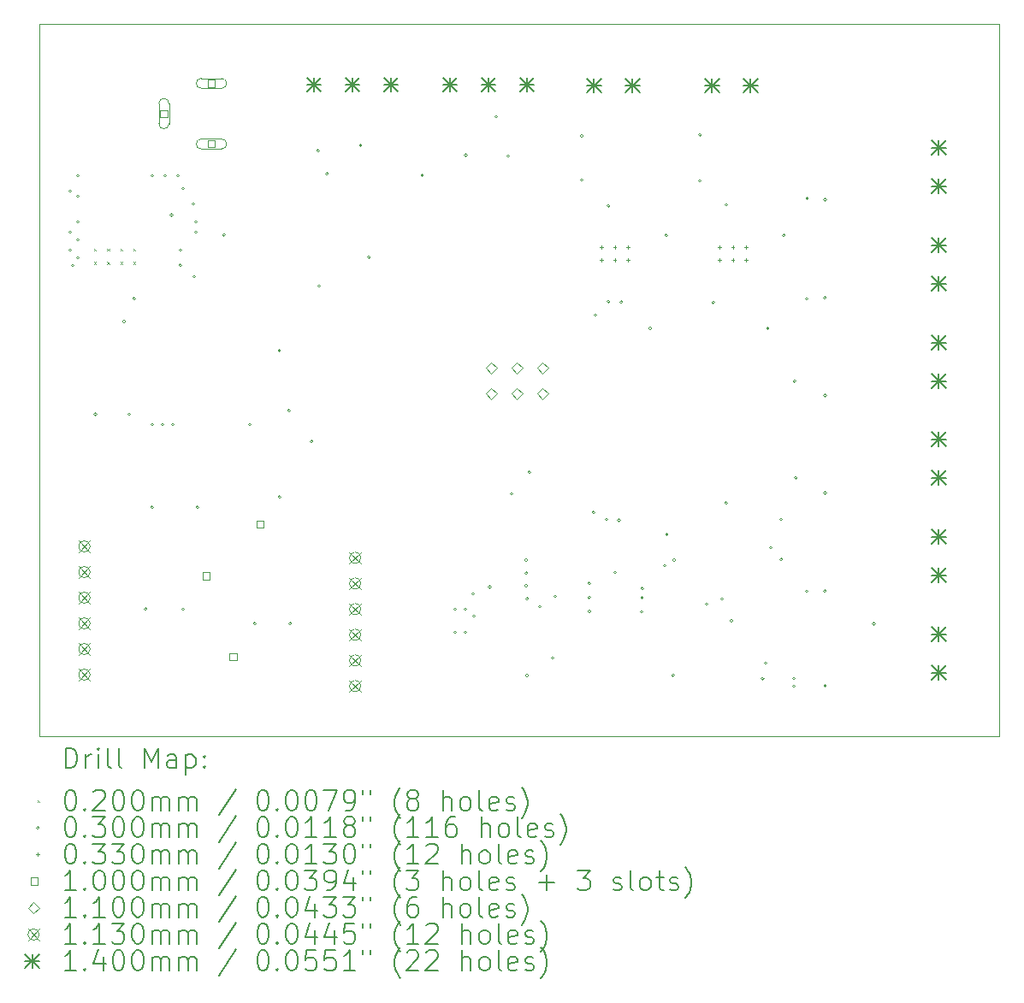
<source format=gbr>
%TF.GenerationSoftware,KiCad,Pcbnew,9.0.0*%
%TF.CreationDate,2025-03-04T23:57:36-06:00*%
%TF.ProjectId,PCB,5043422e-6b69-4636-9164-5f7063625858,rev?*%
%TF.SameCoordinates,Original*%
%TF.FileFunction,Drillmap*%
%TF.FilePolarity,Positive*%
%FSLAX45Y45*%
G04 Gerber Fmt 4.5, Leading zero omitted, Abs format (unit mm)*
G04 Created by KiCad (PCBNEW 9.0.0) date 2025-03-04 23:57:36*
%MOMM*%
%LPD*%
G01*
G04 APERTURE LIST*
%ADD10C,0.050000*%
%ADD11C,0.200000*%
%ADD12C,0.100000*%
%ADD13C,0.110000*%
%ADD14C,0.113000*%
%ADD15C,0.140000*%
G04 APERTURE END LIST*
D10*
X17551400Y-2971800D02*
X27051000Y-2971800D01*
X27051000Y-10021800D01*
X17551400Y-10021800D01*
X17551400Y-2971800D01*
D11*
D12*
X18091200Y-5194000D02*
X18111200Y-5214000D01*
X18111200Y-5194000D02*
X18091200Y-5214000D01*
X18091200Y-5324000D02*
X18111200Y-5344000D01*
X18111200Y-5324000D02*
X18091200Y-5344000D01*
X18221200Y-5194000D02*
X18241200Y-5214000D01*
X18241200Y-5194000D02*
X18221200Y-5214000D01*
X18221200Y-5324000D02*
X18241200Y-5344000D01*
X18241200Y-5324000D02*
X18221200Y-5344000D01*
X18351200Y-5194000D02*
X18371200Y-5214000D01*
X18371200Y-5194000D02*
X18351200Y-5214000D01*
X18351200Y-5324000D02*
X18371200Y-5344000D01*
X18371200Y-5324000D02*
X18351200Y-5344000D01*
X18481200Y-5194000D02*
X18501200Y-5214000D01*
X18501200Y-5194000D02*
X18481200Y-5214000D01*
X18481200Y-5324000D02*
X18501200Y-5344000D01*
X18501200Y-5324000D02*
X18481200Y-5344000D01*
X17871200Y-4622800D02*
G75*
G02*
X17841200Y-4622800I-15000J0D01*
G01*
X17841200Y-4622800D02*
G75*
G02*
X17871200Y-4622800I15000J0D01*
G01*
X17871200Y-5029200D02*
G75*
G02*
X17841200Y-5029200I-15000J0D01*
G01*
X17841200Y-5029200D02*
G75*
G02*
X17871200Y-5029200I15000J0D01*
G01*
X17871200Y-5207000D02*
G75*
G02*
X17841200Y-5207000I-15000J0D01*
G01*
X17841200Y-5207000D02*
G75*
G02*
X17871200Y-5207000I15000J0D01*
G01*
X17896600Y-5359400D02*
G75*
G02*
X17866600Y-5359400I-15000J0D01*
G01*
X17866600Y-5359400D02*
G75*
G02*
X17896600Y-5359400I15000J0D01*
G01*
X17947400Y-4470400D02*
G75*
G02*
X17917400Y-4470400I-15000J0D01*
G01*
X17917400Y-4470400D02*
G75*
G02*
X17947400Y-4470400I15000J0D01*
G01*
X17947400Y-4673600D02*
G75*
G02*
X17917400Y-4673600I-15000J0D01*
G01*
X17917400Y-4673600D02*
G75*
G02*
X17947400Y-4673600I15000J0D01*
G01*
X17947400Y-4927600D02*
G75*
G02*
X17917400Y-4927600I-15000J0D01*
G01*
X17917400Y-4927600D02*
G75*
G02*
X17947400Y-4927600I15000J0D01*
G01*
X17947400Y-5105400D02*
G75*
G02*
X17917400Y-5105400I-15000J0D01*
G01*
X17917400Y-5105400D02*
G75*
G02*
X17947400Y-5105400I15000J0D01*
G01*
X17947400Y-5283200D02*
G75*
G02*
X17917400Y-5283200I-15000J0D01*
G01*
X17917400Y-5283200D02*
G75*
G02*
X17947400Y-5283200I15000J0D01*
G01*
X18119501Y-6832600D02*
G75*
G02*
X18089501Y-6832600I-15000J0D01*
G01*
X18089501Y-6832600D02*
G75*
G02*
X18119501Y-6832600I15000J0D01*
G01*
X18403198Y-5915200D02*
G75*
G02*
X18373198Y-5915200I-15000J0D01*
G01*
X18373198Y-5915200D02*
G75*
G02*
X18403198Y-5915200I15000J0D01*
G01*
X18455400Y-6832600D02*
G75*
G02*
X18425400Y-6832600I-15000J0D01*
G01*
X18425400Y-6832600D02*
G75*
G02*
X18455400Y-6832600I15000J0D01*
G01*
X18501853Y-5686600D02*
G75*
G02*
X18471853Y-5686600I-15000J0D01*
G01*
X18471853Y-5686600D02*
G75*
G02*
X18501853Y-5686600I15000J0D01*
G01*
X18617922Y-8760963D02*
G75*
G02*
X18587922Y-8760963I-15000J0D01*
G01*
X18587922Y-8760963D02*
G75*
G02*
X18617922Y-8760963I15000J0D01*
G01*
X18681944Y-7754469D02*
G75*
G02*
X18651944Y-7754469I-15000J0D01*
G01*
X18651944Y-7754469D02*
G75*
G02*
X18681944Y-7754469I15000J0D01*
G01*
X18684000Y-4470400D02*
G75*
G02*
X18654000Y-4470400I-15000J0D01*
G01*
X18654000Y-4470400D02*
G75*
G02*
X18684000Y-4470400I15000J0D01*
G01*
X18684000Y-6934200D02*
G75*
G02*
X18654000Y-6934200I-15000J0D01*
G01*
X18654000Y-6934200D02*
G75*
G02*
X18684000Y-6934200I15000J0D01*
G01*
X18785600Y-6934200D02*
G75*
G02*
X18755600Y-6934200I-15000J0D01*
G01*
X18755600Y-6934200D02*
G75*
G02*
X18785600Y-6934200I15000J0D01*
G01*
X18811000Y-4470400D02*
G75*
G02*
X18781000Y-4470400I-15000J0D01*
G01*
X18781000Y-4470400D02*
G75*
G02*
X18811000Y-4470400I15000J0D01*
G01*
X18872710Y-4860371D02*
G75*
G02*
X18842710Y-4860371I-15000J0D01*
G01*
X18842710Y-4860371D02*
G75*
G02*
X18872710Y-4860371I15000J0D01*
G01*
X18887200Y-6934200D02*
G75*
G02*
X18857200Y-6934200I-15000J0D01*
G01*
X18857200Y-6934200D02*
G75*
G02*
X18887200Y-6934200I15000J0D01*
G01*
X18938000Y-4470400D02*
G75*
G02*
X18908000Y-4470400I-15000J0D01*
G01*
X18908000Y-4470400D02*
G75*
G02*
X18938000Y-4470400I15000J0D01*
G01*
X18961412Y-5357412D02*
G75*
G02*
X18931412Y-5357412I-15000J0D01*
G01*
X18931412Y-5357412D02*
G75*
G02*
X18961412Y-5357412I15000J0D01*
G01*
X18963400Y-5207000D02*
G75*
G02*
X18933400Y-5207000I-15000J0D01*
G01*
X18933400Y-5207000D02*
G75*
G02*
X18963400Y-5207000I15000J0D01*
G01*
X18988800Y-4597400D02*
G75*
G02*
X18958800Y-4597400I-15000J0D01*
G01*
X18958800Y-4597400D02*
G75*
G02*
X18988800Y-4597400I15000J0D01*
G01*
X18988800Y-8763000D02*
G75*
G02*
X18958800Y-8763000I-15000J0D01*
G01*
X18958800Y-8763000D02*
G75*
G02*
X18988800Y-8763000I15000J0D01*
G01*
X19090400Y-4749800D02*
G75*
G02*
X19060400Y-4749800I-15000J0D01*
G01*
X19060400Y-4749800D02*
G75*
G02*
X19090400Y-4749800I15000J0D01*
G01*
X19097979Y-5469485D02*
G75*
G02*
X19067979Y-5469485I-15000J0D01*
G01*
X19067979Y-5469485D02*
G75*
G02*
X19097979Y-5469485I15000J0D01*
G01*
X19115800Y-4927600D02*
G75*
G02*
X19085800Y-4927600I-15000J0D01*
G01*
X19085800Y-4927600D02*
G75*
G02*
X19115800Y-4927600I15000J0D01*
G01*
X19115800Y-5029200D02*
G75*
G02*
X19085800Y-5029200I-15000J0D01*
G01*
X19085800Y-5029200D02*
G75*
G02*
X19115800Y-5029200I15000J0D01*
G01*
X19128574Y-7752885D02*
G75*
G02*
X19098574Y-7752885I-15000J0D01*
G01*
X19098574Y-7752885D02*
G75*
G02*
X19128574Y-7752885I15000J0D01*
G01*
X19390957Y-5058171D02*
G75*
G02*
X19360957Y-5058171I-15000J0D01*
G01*
X19360957Y-5058171D02*
G75*
G02*
X19390957Y-5058171I15000J0D01*
G01*
X19649200Y-6934200D02*
G75*
G02*
X19619200Y-6934200I-15000J0D01*
G01*
X19619200Y-6934200D02*
G75*
G02*
X19649200Y-6934200I15000J0D01*
G01*
X19696476Y-8904253D02*
G75*
G02*
X19666476Y-8904253I-15000J0D01*
G01*
X19666476Y-8904253D02*
G75*
G02*
X19696476Y-8904253I15000J0D01*
G01*
X19940419Y-6203711D02*
G75*
G02*
X19910419Y-6203711I-15000J0D01*
G01*
X19910419Y-6203711D02*
G75*
G02*
X19940419Y-6203711I15000J0D01*
G01*
X19940496Y-7651889D02*
G75*
G02*
X19910496Y-7651889I-15000J0D01*
G01*
X19910496Y-7651889D02*
G75*
G02*
X19940496Y-7651889I15000J0D01*
G01*
X20034678Y-6798059D02*
G75*
G02*
X20004678Y-6798059I-15000J0D01*
G01*
X20004678Y-6798059D02*
G75*
G02*
X20034678Y-6798059I15000J0D01*
G01*
X20047251Y-8906425D02*
G75*
G02*
X20017251Y-8906425I-15000J0D01*
G01*
X20017251Y-8906425D02*
G75*
G02*
X20047251Y-8906425I15000J0D01*
G01*
X20260422Y-7102822D02*
G75*
G02*
X20230422Y-7102822I-15000J0D01*
G01*
X20230422Y-7102822D02*
G75*
G02*
X20260422Y-7102822I15000J0D01*
G01*
X20322245Y-4222549D02*
G75*
G02*
X20292245Y-4222549I-15000J0D01*
G01*
X20292245Y-4222549D02*
G75*
G02*
X20322245Y-4222549I15000J0D01*
G01*
X20335000Y-5562600D02*
G75*
G02*
X20305000Y-5562600I-15000J0D01*
G01*
X20305000Y-5562600D02*
G75*
G02*
X20335000Y-5562600I15000J0D01*
G01*
X20411879Y-4450708D02*
G75*
G02*
X20381879Y-4450708I-15000J0D01*
G01*
X20381879Y-4450708D02*
G75*
G02*
X20411879Y-4450708I15000J0D01*
G01*
X20744611Y-4168904D02*
G75*
G02*
X20714611Y-4168904I-15000J0D01*
G01*
X20714611Y-4168904D02*
G75*
G02*
X20744611Y-4168904I15000J0D01*
G01*
X20826767Y-5278171D02*
G75*
G02*
X20796767Y-5278171I-15000J0D01*
G01*
X20796767Y-5278171D02*
G75*
G02*
X20826767Y-5278171I15000J0D01*
G01*
X21354392Y-4466326D02*
G75*
G02*
X21324392Y-4466326I-15000J0D01*
G01*
X21324392Y-4466326D02*
G75*
G02*
X21354392Y-4466326I15000J0D01*
G01*
X21681200Y-8763000D02*
G75*
G02*
X21651200Y-8763000I-15000J0D01*
G01*
X21651200Y-8763000D02*
G75*
G02*
X21681200Y-8763000I15000J0D01*
G01*
X21681200Y-8991600D02*
G75*
G02*
X21651200Y-8991600I-15000J0D01*
G01*
X21651200Y-8991600D02*
G75*
G02*
X21681200Y-8991600I15000J0D01*
G01*
X21782800Y-8763000D02*
G75*
G02*
X21752800Y-8763000I-15000J0D01*
G01*
X21752800Y-8763000D02*
G75*
G02*
X21782800Y-8763000I15000J0D01*
G01*
X21782800Y-8991600D02*
G75*
G02*
X21752800Y-8991600I-15000J0D01*
G01*
X21752800Y-8991600D02*
G75*
G02*
X21782800Y-8991600I15000J0D01*
G01*
X21785200Y-4267200D02*
G75*
G02*
X21755200Y-4267200I-15000J0D01*
G01*
X21755200Y-4267200D02*
G75*
G02*
X21785200Y-4267200I15000J0D01*
G01*
X21859000Y-8610600D02*
G75*
G02*
X21829000Y-8610600I-15000J0D01*
G01*
X21829000Y-8610600D02*
G75*
G02*
X21859000Y-8610600I15000J0D01*
G01*
X21866194Y-8832960D02*
G75*
G02*
X21836194Y-8832960I-15000J0D01*
G01*
X21836194Y-8832960D02*
G75*
G02*
X21866194Y-8832960I15000J0D01*
G01*
X22023472Y-8543655D02*
G75*
G02*
X21993472Y-8543655I-15000J0D01*
G01*
X21993472Y-8543655D02*
G75*
G02*
X22023472Y-8543655I15000J0D01*
G01*
X22087600Y-3886200D02*
G75*
G02*
X22057600Y-3886200I-15000J0D01*
G01*
X22057600Y-3886200D02*
G75*
G02*
X22087600Y-3886200I15000J0D01*
G01*
X22204641Y-4277159D02*
G75*
G02*
X22174641Y-4277159I-15000J0D01*
G01*
X22174641Y-4277159D02*
G75*
G02*
X22204641Y-4277159I15000J0D01*
G01*
X22240000Y-7620000D02*
G75*
G02*
X22210000Y-7620000I-15000J0D01*
G01*
X22210000Y-7620000D02*
G75*
G02*
X22240000Y-7620000I15000J0D01*
G01*
X22380599Y-8530910D02*
G75*
G02*
X22350599Y-8530910I-15000J0D01*
G01*
X22350599Y-8530910D02*
G75*
G02*
X22380599Y-8530910I15000J0D01*
G01*
X22383891Y-8404792D02*
G75*
G02*
X22353891Y-8404792I-15000J0D01*
G01*
X22353891Y-8404792D02*
G75*
G02*
X22383891Y-8404792I15000J0D01*
G01*
X22384215Y-8276910D02*
G75*
G02*
X22354215Y-8276910I-15000J0D01*
G01*
X22354215Y-8276910D02*
G75*
G02*
X22384215Y-8276910I15000J0D01*
G01*
X22390397Y-9418353D02*
G75*
G02*
X22360397Y-9418353I-15000J0D01*
G01*
X22360397Y-9418353D02*
G75*
G02*
X22390397Y-9418353I15000J0D01*
G01*
X22392922Y-8658270D02*
G75*
G02*
X22362922Y-8658270I-15000J0D01*
G01*
X22362922Y-8658270D02*
G75*
G02*
X22392922Y-8658270I15000J0D01*
G01*
X22414279Y-7406987D02*
G75*
G02*
X22384279Y-7406987I-15000J0D01*
G01*
X22384279Y-7406987D02*
G75*
G02*
X22414279Y-7406987I15000J0D01*
G01*
X22519400Y-8737600D02*
G75*
G02*
X22489400Y-8737600I-15000J0D01*
G01*
X22489400Y-8737600D02*
G75*
G02*
X22519400Y-8737600I15000J0D01*
G01*
X22644666Y-9245600D02*
G75*
G02*
X22614666Y-9245600I-15000J0D01*
G01*
X22614666Y-9245600D02*
G75*
G02*
X22644666Y-9245600I15000J0D01*
G01*
X22671800Y-8636000D02*
G75*
G02*
X22641800Y-8636000I-15000J0D01*
G01*
X22641800Y-8636000D02*
G75*
G02*
X22671800Y-8636000I15000J0D01*
G01*
X22933269Y-4513289D02*
G75*
G02*
X22903269Y-4513289I-15000J0D01*
G01*
X22903269Y-4513289D02*
G75*
G02*
X22933269Y-4513289I15000J0D01*
G01*
X22933545Y-4077856D02*
G75*
G02*
X22903545Y-4077856I-15000J0D01*
G01*
X22903545Y-4077856D02*
G75*
G02*
X22933545Y-4077856I15000J0D01*
G01*
X23006919Y-8645488D02*
G75*
G02*
X22976919Y-8645488I-15000J0D01*
G01*
X22976919Y-8645488D02*
G75*
G02*
X23006919Y-8645488I15000J0D01*
G01*
X23007598Y-8508321D02*
G75*
G02*
X22977598Y-8508321I-15000J0D01*
G01*
X22977598Y-8508321D02*
G75*
G02*
X23007598Y-8508321I15000J0D01*
G01*
X23008956Y-8786729D02*
G75*
G02*
X22978956Y-8786729I-15000J0D01*
G01*
X22978956Y-8786729D02*
G75*
G02*
X23008956Y-8786729I15000J0D01*
G01*
X23048726Y-7803911D02*
G75*
G02*
X23018726Y-7803911I-15000J0D01*
G01*
X23018726Y-7803911D02*
G75*
G02*
X23048726Y-7803911I15000J0D01*
G01*
X23068014Y-5852461D02*
G75*
G02*
X23038014Y-5852461I-15000J0D01*
G01*
X23038014Y-5852461D02*
G75*
G02*
X23068014Y-5852461I15000J0D01*
G01*
X23179800Y-7874000D02*
G75*
G02*
X23149800Y-7874000I-15000J0D01*
G01*
X23149800Y-7874000D02*
G75*
G02*
X23179800Y-7874000I15000J0D01*
G01*
X23195693Y-4768979D02*
G75*
G02*
X23165693Y-4768979I-15000J0D01*
G01*
X23165693Y-4768979D02*
G75*
G02*
X23195693Y-4768979I15000J0D01*
G01*
X23196331Y-5717157D02*
G75*
G02*
X23166331Y-5717157I-15000J0D01*
G01*
X23166331Y-5717157D02*
G75*
G02*
X23196331Y-5717157I15000J0D01*
G01*
X23261561Y-8399674D02*
G75*
G02*
X23231561Y-8399674I-15000J0D01*
G01*
X23231561Y-8399674D02*
G75*
G02*
X23261561Y-8399674I15000J0D01*
G01*
X23303231Y-7883031D02*
G75*
G02*
X23273231Y-7883031I-15000J0D01*
G01*
X23273231Y-7883031D02*
G75*
G02*
X23303231Y-7883031I15000J0D01*
G01*
X23322972Y-5722141D02*
G75*
G02*
X23292972Y-5722141I-15000J0D01*
G01*
X23292972Y-5722141D02*
G75*
G02*
X23322972Y-5722141I15000J0D01*
G01*
X23524351Y-8788766D02*
G75*
G02*
X23494351Y-8788766I-15000J0D01*
G01*
X23494351Y-8788766D02*
G75*
G02*
X23524351Y-8788766I15000J0D01*
G01*
X23529783Y-8647525D02*
G75*
G02*
X23499783Y-8647525I-15000J0D01*
G01*
X23499783Y-8647525D02*
G75*
G02*
X23529783Y-8647525I15000J0D01*
G01*
X23531141Y-8558570D02*
G75*
G02*
X23501141Y-8558570I-15000J0D01*
G01*
X23501141Y-8558570D02*
G75*
G02*
X23531141Y-8558570I15000J0D01*
G01*
X23611030Y-5983260D02*
G75*
G02*
X23581030Y-5983260I-15000J0D01*
G01*
X23581030Y-5983260D02*
G75*
G02*
X23611030Y-5983260I15000J0D01*
G01*
X23754946Y-8331200D02*
G75*
G02*
X23724946Y-8331200I-15000J0D01*
G01*
X23724946Y-8331200D02*
G75*
G02*
X23754946Y-8331200I15000J0D01*
G01*
X23770092Y-5061666D02*
G75*
G02*
X23740092Y-5061666I-15000J0D01*
G01*
X23740092Y-5061666D02*
G75*
G02*
X23770092Y-5061666I15000J0D01*
G01*
X23774250Y-8023344D02*
G75*
G02*
X23744250Y-8023344I-15000J0D01*
G01*
X23744250Y-8023344D02*
G75*
G02*
X23774250Y-8023344I15000J0D01*
G01*
X23838566Y-9417289D02*
G75*
G02*
X23808566Y-9417289I-15000J0D01*
G01*
X23808566Y-9417289D02*
G75*
G02*
X23838566Y-9417289I15000J0D01*
G01*
X23847945Y-8275647D02*
G75*
G02*
X23817945Y-8275647I-15000J0D01*
G01*
X23817945Y-8275647D02*
G75*
G02*
X23847945Y-8275647I15000J0D01*
G01*
X24100990Y-4520925D02*
G75*
G02*
X24070990Y-4520925I-15000J0D01*
G01*
X24070990Y-4520925D02*
G75*
G02*
X24100990Y-4520925I15000J0D01*
G01*
X24103303Y-4066716D02*
G75*
G02*
X24073303Y-4066716I-15000J0D01*
G01*
X24073303Y-4066716D02*
G75*
G02*
X24103303Y-4066716I15000J0D01*
G01*
X24170400Y-8712200D02*
G75*
G02*
X24140400Y-8712200I-15000J0D01*
G01*
X24140400Y-8712200D02*
G75*
G02*
X24170400Y-8712200I15000J0D01*
G01*
X24235056Y-5725295D02*
G75*
G02*
X24205056Y-5725295I-15000J0D01*
G01*
X24205056Y-5725295D02*
G75*
G02*
X24235056Y-5725295I15000J0D01*
G01*
X24322800Y-8661400D02*
G75*
G02*
X24292800Y-8661400I-15000J0D01*
G01*
X24292800Y-8661400D02*
G75*
G02*
X24322800Y-8661400I15000J0D01*
G01*
X24363139Y-4757839D02*
G75*
G02*
X24333139Y-4757839I-15000J0D01*
G01*
X24333139Y-4757839D02*
G75*
G02*
X24363139Y-4757839I15000J0D01*
G01*
X24363250Y-7711250D02*
G75*
G02*
X24333250Y-7711250I-15000J0D01*
G01*
X24333250Y-7711250D02*
G75*
G02*
X24363250Y-7711250I15000J0D01*
G01*
X24414075Y-8876507D02*
G75*
G02*
X24384075Y-8876507I-15000J0D01*
G01*
X24384075Y-8876507D02*
G75*
G02*
X24414075Y-8876507I15000J0D01*
G01*
X24722134Y-9450158D02*
G75*
G02*
X24692134Y-9450158I-15000J0D01*
G01*
X24692134Y-9450158D02*
G75*
G02*
X24722134Y-9450158I15000J0D01*
G01*
X24754600Y-9296400D02*
G75*
G02*
X24724600Y-9296400I-15000J0D01*
G01*
X24724600Y-9296400D02*
G75*
G02*
X24754600Y-9296400I15000J0D01*
G01*
X24775473Y-5982581D02*
G75*
G02*
X24745473Y-5982581I-15000J0D01*
G01*
X24745473Y-5982581D02*
G75*
G02*
X24775473Y-5982581I15000J0D01*
G01*
X24805400Y-8153400D02*
G75*
G02*
X24775400Y-8153400I-15000J0D01*
G01*
X24775400Y-8153400D02*
G75*
G02*
X24805400Y-8153400I15000J0D01*
G01*
X24907000Y-7874000D02*
G75*
G02*
X24877000Y-7874000I-15000J0D01*
G01*
X24877000Y-7874000D02*
G75*
G02*
X24907000Y-7874000I15000J0D01*
G01*
X24907000Y-8270820D02*
G75*
G02*
X24877000Y-8270820I-15000J0D01*
G01*
X24877000Y-8270820D02*
G75*
G02*
X24907000Y-8270820I15000J0D01*
G01*
X24932853Y-5063201D02*
G75*
G02*
X24902853Y-5063201I-15000J0D01*
G01*
X24902853Y-5063201D02*
G75*
G02*
X24932853Y-5063201I15000J0D01*
G01*
X25033217Y-9525000D02*
G75*
G02*
X25003217Y-9525000I-15000J0D01*
G01*
X25003217Y-9525000D02*
G75*
G02*
X25033217Y-9525000I15000J0D01*
G01*
X25034000Y-9448800D02*
G75*
G02*
X25004000Y-9448800I-15000J0D01*
G01*
X25004000Y-9448800D02*
G75*
G02*
X25034000Y-9448800I15000J0D01*
G01*
X25038869Y-6505182D02*
G75*
G02*
X25008869Y-6505182I-15000J0D01*
G01*
X25008869Y-6505182D02*
G75*
G02*
X25038869Y-6505182I15000J0D01*
G01*
X25052262Y-7460557D02*
G75*
G02*
X25022262Y-7460557I-15000J0D01*
G01*
X25022262Y-7460557D02*
G75*
G02*
X25052262Y-7460557I15000J0D01*
G01*
X25161000Y-5689600D02*
G75*
G02*
X25131000Y-5689600I-15000J0D01*
G01*
X25131000Y-5689600D02*
G75*
G02*
X25161000Y-5689600I15000J0D01*
G01*
X25161000Y-8585200D02*
G75*
G02*
X25131000Y-8585200I-15000J0D01*
G01*
X25131000Y-8585200D02*
G75*
G02*
X25161000Y-8585200I15000J0D01*
G01*
X25164000Y-4696000D02*
G75*
G02*
X25134000Y-4696000I-15000J0D01*
G01*
X25134000Y-4696000D02*
G75*
G02*
X25164000Y-4696000I15000J0D01*
G01*
X25339705Y-8585151D02*
G75*
G02*
X25309705Y-8585151I-15000J0D01*
G01*
X25309705Y-8585151D02*
G75*
G02*
X25339705Y-8585151I15000J0D01*
G01*
X25339763Y-5678425D02*
G75*
G02*
X25309763Y-5678425I-15000J0D01*
G01*
X25309763Y-5678425D02*
G75*
G02*
X25339763Y-5678425I15000J0D01*
G01*
X25340442Y-6646794D02*
G75*
G02*
X25310442Y-6646794I-15000J0D01*
G01*
X25310442Y-6646794D02*
G75*
G02*
X25340442Y-6646794I15000J0D01*
G01*
X25340709Y-9520632D02*
G75*
G02*
X25310709Y-9520632I-15000J0D01*
G01*
X25310709Y-9520632D02*
G75*
G02*
X25340709Y-9520632I15000J0D01*
G01*
X25340837Y-7611833D02*
G75*
G02*
X25310837Y-7611833I-15000J0D01*
G01*
X25310837Y-7611833D02*
G75*
G02*
X25340837Y-7611833I15000J0D01*
G01*
X25341112Y-4706322D02*
G75*
G02*
X25311112Y-4706322I-15000J0D01*
G01*
X25311112Y-4706322D02*
G75*
G02*
X25341112Y-4706322I15000J0D01*
G01*
X25824569Y-8907251D02*
G75*
G02*
X25794569Y-8907251I-15000J0D01*
G01*
X25794569Y-8907251D02*
G75*
G02*
X25824569Y-8907251I15000J0D01*
G01*
X23113900Y-5159729D02*
X23113900Y-5192729D01*
X23097400Y-5176229D02*
X23130400Y-5176229D01*
X23113900Y-5289729D02*
X23113900Y-5322729D01*
X23097400Y-5306229D02*
X23130400Y-5306229D01*
X23243900Y-5159729D02*
X23243900Y-5192729D01*
X23227400Y-5176229D02*
X23260400Y-5176229D01*
X23243900Y-5289729D02*
X23243900Y-5322729D01*
X23227400Y-5306229D02*
X23260400Y-5306229D01*
X23373900Y-5159729D02*
X23373900Y-5192729D01*
X23357400Y-5176229D02*
X23390400Y-5176229D01*
X23373900Y-5289729D02*
X23373900Y-5322729D01*
X23357400Y-5306229D02*
X23390400Y-5306229D01*
X24282400Y-5159729D02*
X24282400Y-5192729D01*
X24265900Y-5176229D02*
X24298900Y-5176229D01*
X24282400Y-5289729D02*
X24282400Y-5322729D01*
X24265900Y-5306229D02*
X24298900Y-5306229D01*
X24412400Y-5159729D02*
X24412400Y-5192729D01*
X24395900Y-5176229D02*
X24428900Y-5176229D01*
X24412400Y-5289729D02*
X24412400Y-5322729D01*
X24395900Y-5306229D02*
X24428900Y-5306229D01*
X24542400Y-5159729D02*
X24542400Y-5192729D01*
X24525900Y-5176229D02*
X24558900Y-5176229D01*
X24542400Y-5289729D02*
X24542400Y-5322729D01*
X24525900Y-5306229D02*
X24558900Y-5306229D01*
X18818556Y-3891356D02*
X18818556Y-3820644D01*
X18747844Y-3820644D01*
X18747844Y-3891356D01*
X18818556Y-3891356D01*
X18733200Y-3756000D02*
X18733200Y-3956000D01*
X18833200Y-3956000D02*
G75*
G02*
X18733200Y-3956000I-50000J0D01*
G01*
X18833200Y-3956000D02*
X18833200Y-3756000D01*
X18833200Y-3756000D02*
G75*
G03*
X18733200Y-3756000I-50000J0D01*
G01*
X19237756Y-8468156D02*
X19237756Y-8397444D01*
X19167044Y-8397444D01*
X19167044Y-8468156D01*
X19237756Y-8468156D01*
X19288556Y-3591356D02*
X19288556Y-3520644D01*
X19217844Y-3520644D01*
X19217844Y-3591356D01*
X19288556Y-3591356D01*
X19353200Y-3506000D02*
X19153200Y-3506000D01*
X19153200Y-3606000D02*
G75*
G02*
X19153200Y-3506000I0J50000D01*
G01*
X19153200Y-3606000D02*
X19353200Y-3606000D01*
X19353200Y-3606000D02*
G75*
G03*
X19353200Y-3506000I0J50000D01*
G01*
X19288556Y-4191356D02*
X19288556Y-4120644D01*
X19217844Y-4120644D01*
X19217844Y-4191356D01*
X19288556Y-4191356D01*
X19353200Y-4106000D02*
X19153200Y-4106000D01*
X19153200Y-4206000D02*
G75*
G02*
X19153200Y-4106000I0J50000D01*
G01*
X19153200Y-4206000D02*
X19353200Y-4206000D01*
X19353200Y-4206000D02*
G75*
G03*
X19353200Y-4106000I0J50000D01*
G01*
X19503656Y-9268956D02*
X19503656Y-9198244D01*
X19432944Y-9198244D01*
X19432944Y-9268956D01*
X19503656Y-9268956D01*
X19771156Y-7954956D02*
X19771156Y-7884244D01*
X19700444Y-7884244D01*
X19700444Y-7954956D01*
X19771156Y-7954956D01*
D13*
X22021800Y-6430400D02*
X22076800Y-6375400D01*
X22021800Y-6320400D01*
X21966800Y-6375400D01*
X22021800Y-6430400D01*
X22021800Y-6684400D02*
X22076800Y-6629400D01*
X22021800Y-6574400D01*
X21966800Y-6629400D01*
X22021800Y-6684400D01*
X22275800Y-6430400D02*
X22330800Y-6375400D01*
X22275800Y-6320400D01*
X22220800Y-6375400D01*
X22275800Y-6430400D01*
X22275800Y-6684400D02*
X22330800Y-6629400D01*
X22275800Y-6574400D01*
X22220800Y-6629400D01*
X22275800Y-6684400D01*
X22529800Y-6430400D02*
X22584800Y-6375400D01*
X22529800Y-6320400D01*
X22474800Y-6375400D01*
X22529800Y-6430400D01*
X22529800Y-6684400D02*
X22584800Y-6629400D01*
X22529800Y-6574400D01*
X22474800Y-6629400D01*
X22529800Y-6684400D01*
D14*
X17938600Y-8084900D02*
X18051600Y-8197900D01*
X18051600Y-8084900D02*
X17938600Y-8197900D01*
X18051600Y-8141400D02*
G75*
G02*
X17938600Y-8141400I-56500J0D01*
G01*
X17938600Y-8141400D02*
G75*
G02*
X18051600Y-8141400I56500J0D01*
G01*
X17938600Y-8338900D02*
X18051600Y-8451900D01*
X18051600Y-8338900D02*
X17938600Y-8451900D01*
X18051600Y-8395400D02*
G75*
G02*
X17938600Y-8395400I-56500J0D01*
G01*
X17938600Y-8395400D02*
G75*
G02*
X18051600Y-8395400I56500J0D01*
G01*
X17938600Y-8592900D02*
X18051600Y-8705900D01*
X18051600Y-8592900D02*
X17938600Y-8705900D01*
X18051600Y-8649400D02*
G75*
G02*
X17938600Y-8649400I-56500J0D01*
G01*
X17938600Y-8649400D02*
G75*
G02*
X18051600Y-8649400I56500J0D01*
G01*
X17938600Y-8846900D02*
X18051600Y-8959900D01*
X18051600Y-8846900D02*
X17938600Y-8959900D01*
X18051600Y-8903400D02*
G75*
G02*
X17938600Y-8903400I-56500J0D01*
G01*
X17938600Y-8903400D02*
G75*
G02*
X18051600Y-8903400I56500J0D01*
G01*
X17938600Y-9100900D02*
X18051600Y-9213900D01*
X18051600Y-9100900D02*
X17938600Y-9213900D01*
X18051600Y-9157400D02*
G75*
G02*
X17938600Y-9157400I-56500J0D01*
G01*
X17938600Y-9157400D02*
G75*
G02*
X18051600Y-9157400I56500J0D01*
G01*
X17938600Y-9354900D02*
X18051600Y-9467900D01*
X18051600Y-9354900D02*
X17938600Y-9467900D01*
X18051600Y-9411400D02*
G75*
G02*
X17938600Y-9411400I-56500J0D01*
G01*
X17938600Y-9411400D02*
G75*
G02*
X18051600Y-9411400I56500J0D01*
G01*
X20619100Y-8198500D02*
X20732100Y-8311500D01*
X20732100Y-8198500D02*
X20619100Y-8311500D01*
X20732100Y-8255000D02*
G75*
G02*
X20619100Y-8255000I-56500J0D01*
G01*
X20619100Y-8255000D02*
G75*
G02*
X20732100Y-8255000I56500J0D01*
G01*
X20619100Y-8452500D02*
X20732100Y-8565500D01*
X20732100Y-8452500D02*
X20619100Y-8565500D01*
X20732100Y-8509000D02*
G75*
G02*
X20619100Y-8509000I-56500J0D01*
G01*
X20619100Y-8509000D02*
G75*
G02*
X20732100Y-8509000I56500J0D01*
G01*
X20619100Y-8706500D02*
X20732100Y-8819500D01*
X20732100Y-8706500D02*
X20619100Y-8819500D01*
X20732100Y-8763000D02*
G75*
G02*
X20619100Y-8763000I-56500J0D01*
G01*
X20619100Y-8763000D02*
G75*
G02*
X20732100Y-8763000I56500J0D01*
G01*
X20619100Y-8960500D02*
X20732100Y-9073500D01*
X20732100Y-8960500D02*
X20619100Y-9073500D01*
X20732100Y-9017000D02*
G75*
G02*
X20619100Y-9017000I-56500J0D01*
G01*
X20619100Y-9017000D02*
G75*
G02*
X20732100Y-9017000I56500J0D01*
G01*
X20619100Y-9214500D02*
X20732100Y-9327500D01*
X20732100Y-9214500D02*
X20619100Y-9327500D01*
X20732100Y-9271000D02*
G75*
G02*
X20619100Y-9271000I-56500J0D01*
G01*
X20619100Y-9271000D02*
G75*
G02*
X20732100Y-9271000I56500J0D01*
G01*
X20619100Y-9468500D02*
X20732100Y-9581500D01*
X20732100Y-9468500D02*
X20619100Y-9581500D01*
X20732100Y-9525000D02*
G75*
G02*
X20619100Y-9525000I-56500J0D01*
G01*
X20619100Y-9525000D02*
G75*
G02*
X20732100Y-9525000I56500J0D01*
G01*
D15*
X20199729Y-3498080D02*
X20339729Y-3638080D01*
X20339729Y-3498080D02*
X20199729Y-3638080D01*
X20269729Y-3498080D02*
X20269729Y-3638080D01*
X20199729Y-3568080D02*
X20339729Y-3568080D01*
X20580729Y-3498080D02*
X20720729Y-3638080D01*
X20720729Y-3498080D02*
X20580729Y-3638080D01*
X20650729Y-3498080D02*
X20650729Y-3638080D01*
X20580729Y-3568080D02*
X20720729Y-3568080D01*
X20961729Y-3498080D02*
X21101729Y-3638080D01*
X21101729Y-3498080D02*
X20961729Y-3638080D01*
X21031729Y-3498080D02*
X21031729Y-3638080D01*
X20961729Y-3568080D02*
X21101729Y-3568080D01*
X21545929Y-3498080D02*
X21685929Y-3638080D01*
X21685929Y-3498080D02*
X21545929Y-3638080D01*
X21615929Y-3498080D02*
X21615929Y-3638080D01*
X21545929Y-3568080D02*
X21685929Y-3568080D01*
X21926929Y-3498080D02*
X22066929Y-3638080D01*
X22066929Y-3498080D02*
X21926929Y-3638080D01*
X21996929Y-3498080D02*
X21996929Y-3638080D01*
X21926929Y-3568080D02*
X22066929Y-3568080D01*
X22307929Y-3498080D02*
X22447929Y-3638080D01*
X22447929Y-3498080D02*
X22307929Y-3638080D01*
X22377929Y-3498080D02*
X22377929Y-3638080D01*
X22307929Y-3568080D02*
X22447929Y-3568080D01*
X22970400Y-3509029D02*
X23110400Y-3649029D01*
X23110400Y-3509029D02*
X22970400Y-3649029D01*
X23040400Y-3509029D02*
X23040400Y-3649029D01*
X22970400Y-3579029D02*
X23110400Y-3579029D01*
X23351400Y-3509029D02*
X23491400Y-3649029D01*
X23491400Y-3509029D02*
X23351400Y-3649029D01*
X23421400Y-3509029D02*
X23421400Y-3649029D01*
X23351400Y-3579029D02*
X23491400Y-3579029D01*
X24138900Y-3509029D02*
X24278900Y-3649029D01*
X24278900Y-3509029D02*
X24138900Y-3649029D01*
X24208900Y-3509029D02*
X24208900Y-3649029D01*
X24138900Y-3579029D02*
X24278900Y-3579029D01*
X24519900Y-3509029D02*
X24659900Y-3649029D01*
X24659900Y-3509029D02*
X24519900Y-3649029D01*
X24589900Y-3509029D02*
X24589900Y-3649029D01*
X24519900Y-3579029D02*
X24659900Y-3579029D01*
X26382100Y-4123700D02*
X26522100Y-4263700D01*
X26522100Y-4123700D02*
X26382100Y-4263700D01*
X26452100Y-4123700D02*
X26452100Y-4263700D01*
X26382100Y-4193700D02*
X26522100Y-4193700D01*
X26382100Y-4504700D02*
X26522100Y-4644700D01*
X26522100Y-4504700D02*
X26382100Y-4644700D01*
X26452100Y-4504700D02*
X26452100Y-4644700D01*
X26382100Y-4574700D02*
X26522100Y-4574700D01*
X26382100Y-5088900D02*
X26522100Y-5228900D01*
X26522100Y-5088900D02*
X26382100Y-5228900D01*
X26452100Y-5088900D02*
X26452100Y-5228900D01*
X26382100Y-5158900D02*
X26522100Y-5158900D01*
X26382100Y-5469900D02*
X26522100Y-5609900D01*
X26522100Y-5469900D02*
X26382100Y-5609900D01*
X26452100Y-5469900D02*
X26452100Y-5609900D01*
X26382100Y-5539900D02*
X26522100Y-5539900D01*
X26382100Y-6054100D02*
X26522100Y-6194100D01*
X26522100Y-6054100D02*
X26382100Y-6194100D01*
X26452100Y-6054100D02*
X26452100Y-6194100D01*
X26382100Y-6124100D02*
X26522100Y-6124100D01*
X26382100Y-6435100D02*
X26522100Y-6575100D01*
X26522100Y-6435100D02*
X26382100Y-6575100D01*
X26452100Y-6435100D02*
X26452100Y-6575100D01*
X26382100Y-6505100D02*
X26522100Y-6505100D01*
X26382100Y-7009200D02*
X26522100Y-7149200D01*
X26522100Y-7009200D02*
X26382100Y-7149200D01*
X26452100Y-7009200D02*
X26452100Y-7149200D01*
X26382100Y-7079200D02*
X26522100Y-7079200D01*
X26382100Y-7390200D02*
X26522100Y-7530200D01*
X26522100Y-7390200D02*
X26382100Y-7530200D01*
X26452100Y-7390200D02*
X26452100Y-7530200D01*
X26382100Y-7460200D02*
X26522100Y-7460200D01*
X26382100Y-7974400D02*
X26522100Y-8114400D01*
X26522100Y-7974400D02*
X26382100Y-8114400D01*
X26452100Y-7974400D02*
X26452100Y-8114400D01*
X26382100Y-8044400D02*
X26522100Y-8044400D01*
X26382100Y-8355400D02*
X26522100Y-8495400D01*
X26522100Y-8355400D02*
X26382100Y-8495400D01*
X26452100Y-8355400D02*
X26452100Y-8495400D01*
X26382100Y-8425400D02*
X26522100Y-8425400D01*
X26382100Y-8939600D02*
X26522100Y-9079600D01*
X26522100Y-8939600D02*
X26382100Y-9079600D01*
X26452100Y-8939600D02*
X26452100Y-9079600D01*
X26382100Y-9009600D02*
X26522100Y-9009600D01*
X26382100Y-9320600D02*
X26522100Y-9460600D01*
X26522100Y-9320600D02*
X26382100Y-9460600D01*
X26452100Y-9320600D02*
X26452100Y-9460600D01*
X26382100Y-9390600D02*
X26522100Y-9390600D01*
D11*
X17809677Y-10335784D02*
X17809677Y-10135784D01*
X17809677Y-10135784D02*
X17857296Y-10135784D01*
X17857296Y-10135784D02*
X17885867Y-10145308D01*
X17885867Y-10145308D02*
X17904915Y-10164355D01*
X17904915Y-10164355D02*
X17914439Y-10183403D01*
X17914439Y-10183403D02*
X17923963Y-10221498D01*
X17923963Y-10221498D02*
X17923963Y-10250070D01*
X17923963Y-10250070D02*
X17914439Y-10288165D01*
X17914439Y-10288165D02*
X17904915Y-10307212D01*
X17904915Y-10307212D02*
X17885867Y-10326260D01*
X17885867Y-10326260D02*
X17857296Y-10335784D01*
X17857296Y-10335784D02*
X17809677Y-10335784D01*
X18009677Y-10335784D02*
X18009677Y-10202450D01*
X18009677Y-10240546D02*
X18019201Y-10221498D01*
X18019201Y-10221498D02*
X18028724Y-10211974D01*
X18028724Y-10211974D02*
X18047772Y-10202450D01*
X18047772Y-10202450D02*
X18066820Y-10202450D01*
X18133486Y-10335784D02*
X18133486Y-10202450D01*
X18133486Y-10135784D02*
X18123963Y-10145308D01*
X18123963Y-10145308D02*
X18133486Y-10154831D01*
X18133486Y-10154831D02*
X18143010Y-10145308D01*
X18143010Y-10145308D02*
X18133486Y-10135784D01*
X18133486Y-10135784D02*
X18133486Y-10154831D01*
X18257296Y-10335784D02*
X18238248Y-10326260D01*
X18238248Y-10326260D02*
X18228724Y-10307212D01*
X18228724Y-10307212D02*
X18228724Y-10135784D01*
X18362058Y-10335784D02*
X18343010Y-10326260D01*
X18343010Y-10326260D02*
X18333486Y-10307212D01*
X18333486Y-10307212D02*
X18333486Y-10135784D01*
X18590629Y-10335784D02*
X18590629Y-10135784D01*
X18590629Y-10135784D02*
X18657296Y-10278641D01*
X18657296Y-10278641D02*
X18723963Y-10135784D01*
X18723963Y-10135784D02*
X18723963Y-10335784D01*
X18904915Y-10335784D02*
X18904915Y-10231022D01*
X18904915Y-10231022D02*
X18895391Y-10211974D01*
X18895391Y-10211974D02*
X18876344Y-10202450D01*
X18876344Y-10202450D02*
X18838248Y-10202450D01*
X18838248Y-10202450D02*
X18819201Y-10211974D01*
X18904915Y-10326260D02*
X18885867Y-10335784D01*
X18885867Y-10335784D02*
X18838248Y-10335784D01*
X18838248Y-10335784D02*
X18819201Y-10326260D01*
X18819201Y-10326260D02*
X18809677Y-10307212D01*
X18809677Y-10307212D02*
X18809677Y-10288165D01*
X18809677Y-10288165D02*
X18819201Y-10269117D01*
X18819201Y-10269117D02*
X18838248Y-10259593D01*
X18838248Y-10259593D02*
X18885867Y-10259593D01*
X18885867Y-10259593D02*
X18904915Y-10250070D01*
X19000153Y-10202450D02*
X19000153Y-10402450D01*
X19000153Y-10211974D02*
X19019201Y-10202450D01*
X19019201Y-10202450D02*
X19057296Y-10202450D01*
X19057296Y-10202450D02*
X19076344Y-10211974D01*
X19076344Y-10211974D02*
X19085867Y-10221498D01*
X19085867Y-10221498D02*
X19095391Y-10240546D01*
X19095391Y-10240546D02*
X19095391Y-10297689D01*
X19095391Y-10297689D02*
X19085867Y-10316736D01*
X19085867Y-10316736D02*
X19076344Y-10326260D01*
X19076344Y-10326260D02*
X19057296Y-10335784D01*
X19057296Y-10335784D02*
X19019201Y-10335784D01*
X19019201Y-10335784D02*
X19000153Y-10326260D01*
X19181105Y-10316736D02*
X19190629Y-10326260D01*
X19190629Y-10326260D02*
X19181105Y-10335784D01*
X19181105Y-10335784D02*
X19171582Y-10326260D01*
X19171582Y-10326260D02*
X19181105Y-10316736D01*
X19181105Y-10316736D02*
X19181105Y-10335784D01*
X19181105Y-10211974D02*
X19190629Y-10221498D01*
X19190629Y-10221498D02*
X19181105Y-10231022D01*
X19181105Y-10231022D02*
X19171582Y-10221498D01*
X19171582Y-10221498D02*
X19181105Y-10211974D01*
X19181105Y-10211974D02*
X19181105Y-10231022D01*
D12*
X17528900Y-10654300D02*
X17548900Y-10674300D01*
X17548900Y-10654300D02*
X17528900Y-10674300D01*
D11*
X17847772Y-10555784D02*
X17866820Y-10555784D01*
X17866820Y-10555784D02*
X17885867Y-10565308D01*
X17885867Y-10565308D02*
X17895391Y-10574831D01*
X17895391Y-10574831D02*
X17904915Y-10593879D01*
X17904915Y-10593879D02*
X17914439Y-10631974D01*
X17914439Y-10631974D02*
X17914439Y-10679593D01*
X17914439Y-10679593D02*
X17904915Y-10717689D01*
X17904915Y-10717689D02*
X17895391Y-10736736D01*
X17895391Y-10736736D02*
X17885867Y-10746260D01*
X17885867Y-10746260D02*
X17866820Y-10755784D01*
X17866820Y-10755784D02*
X17847772Y-10755784D01*
X17847772Y-10755784D02*
X17828724Y-10746260D01*
X17828724Y-10746260D02*
X17819201Y-10736736D01*
X17819201Y-10736736D02*
X17809677Y-10717689D01*
X17809677Y-10717689D02*
X17800153Y-10679593D01*
X17800153Y-10679593D02*
X17800153Y-10631974D01*
X17800153Y-10631974D02*
X17809677Y-10593879D01*
X17809677Y-10593879D02*
X17819201Y-10574831D01*
X17819201Y-10574831D02*
X17828724Y-10565308D01*
X17828724Y-10565308D02*
X17847772Y-10555784D01*
X18000153Y-10736736D02*
X18009677Y-10746260D01*
X18009677Y-10746260D02*
X18000153Y-10755784D01*
X18000153Y-10755784D02*
X17990629Y-10746260D01*
X17990629Y-10746260D02*
X18000153Y-10736736D01*
X18000153Y-10736736D02*
X18000153Y-10755784D01*
X18085867Y-10574831D02*
X18095391Y-10565308D01*
X18095391Y-10565308D02*
X18114439Y-10555784D01*
X18114439Y-10555784D02*
X18162058Y-10555784D01*
X18162058Y-10555784D02*
X18181105Y-10565308D01*
X18181105Y-10565308D02*
X18190629Y-10574831D01*
X18190629Y-10574831D02*
X18200153Y-10593879D01*
X18200153Y-10593879D02*
X18200153Y-10612927D01*
X18200153Y-10612927D02*
X18190629Y-10641498D01*
X18190629Y-10641498D02*
X18076344Y-10755784D01*
X18076344Y-10755784D02*
X18200153Y-10755784D01*
X18323963Y-10555784D02*
X18343010Y-10555784D01*
X18343010Y-10555784D02*
X18362058Y-10565308D01*
X18362058Y-10565308D02*
X18371582Y-10574831D01*
X18371582Y-10574831D02*
X18381105Y-10593879D01*
X18381105Y-10593879D02*
X18390629Y-10631974D01*
X18390629Y-10631974D02*
X18390629Y-10679593D01*
X18390629Y-10679593D02*
X18381105Y-10717689D01*
X18381105Y-10717689D02*
X18371582Y-10736736D01*
X18371582Y-10736736D02*
X18362058Y-10746260D01*
X18362058Y-10746260D02*
X18343010Y-10755784D01*
X18343010Y-10755784D02*
X18323963Y-10755784D01*
X18323963Y-10755784D02*
X18304915Y-10746260D01*
X18304915Y-10746260D02*
X18295391Y-10736736D01*
X18295391Y-10736736D02*
X18285867Y-10717689D01*
X18285867Y-10717689D02*
X18276344Y-10679593D01*
X18276344Y-10679593D02*
X18276344Y-10631974D01*
X18276344Y-10631974D02*
X18285867Y-10593879D01*
X18285867Y-10593879D02*
X18295391Y-10574831D01*
X18295391Y-10574831D02*
X18304915Y-10565308D01*
X18304915Y-10565308D02*
X18323963Y-10555784D01*
X18514439Y-10555784D02*
X18533486Y-10555784D01*
X18533486Y-10555784D02*
X18552534Y-10565308D01*
X18552534Y-10565308D02*
X18562058Y-10574831D01*
X18562058Y-10574831D02*
X18571582Y-10593879D01*
X18571582Y-10593879D02*
X18581105Y-10631974D01*
X18581105Y-10631974D02*
X18581105Y-10679593D01*
X18581105Y-10679593D02*
X18571582Y-10717689D01*
X18571582Y-10717689D02*
X18562058Y-10736736D01*
X18562058Y-10736736D02*
X18552534Y-10746260D01*
X18552534Y-10746260D02*
X18533486Y-10755784D01*
X18533486Y-10755784D02*
X18514439Y-10755784D01*
X18514439Y-10755784D02*
X18495391Y-10746260D01*
X18495391Y-10746260D02*
X18485867Y-10736736D01*
X18485867Y-10736736D02*
X18476344Y-10717689D01*
X18476344Y-10717689D02*
X18466820Y-10679593D01*
X18466820Y-10679593D02*
X18466820Y-10631974D01*
X18466820Y-10631974D02*
X18476344Y-10593879D01*
X18476344Y-10593879D02*
X18485867Y-10574831D01*
X18485867Y-10574831D02*
X18495391Y-10565308D01*
X18495391Y-10565308D02*
X18514439Y-10555784D01*
X18666820Y-10755784D02*
X18666820Y-10622450D01*
X18666820Y-10641498D02*
X18676344Y-10631974D01*
X18676344Y-10631974D02*
X18695391Y-10622450D01*
X18695391Y-10622450D02*
X18723963Y-10622450D01*
X18723963Y-10622450D02*
X18743010Y-10631974D01*
X18743010Y-10631974D02*
X18752534Y-10651022D01*
X18752534Y-10651022D02*
X18752534Y-10755784D01*
X18752534Y-10651022D02*
X18762058Y-10631974D01*
X18762058Y-10631974D02*
X18781105Y-10622450D01*
X18781105Y-10622450D02*
X18809677Y-10622450D01*
X18809677Y-10622450D02*
X18828725Y-10631974D01*
X18828725Y-10631974D02*
X18838248Y-10651022D01*
X18838248Y-10651022D02*
X18838248Y-10755784D01*
X18933486Y-10755784D02*
X18933486Y-10622450D01*
X18933486Y-10641498D02*
X18943010Y-10631974D01*
X18943010Y-10631974D02*
X18962058Y-10622450D01*
X18962058Y-10622450D02*
X18990629Y-10622450D01*
X18990629Y-10622450D02*
X19009677Y-10631974D01*
X19009677Y-10631974D02*
X19019201Y-10651022D01*
X19019201Y-10651022D02*
X19019201Y-10755784D01*
X19019201Y-10651022D02*
X19028725Y-10631974D01*
X19028725Y-10631974D02*
X19047772Y-10622450D01*
X19047772Y-10622450D02*
X19076344Y-10622450D01*
X19076344Y-10622450D02*
X19095391Y-10631974D01*
X19095391Y-10631974D02*
X19104915Y-10651022D01*
X19104915Y-10651022D02*
X19104915Y-10755784D01*
X19495391Y-10546260D02*
X19323963Y-10803403D01*
X19752534Y-10555784D02*
X19771582Y-10555784D01*
X19771582Y-10555784D02*
X19790629Y-10565308D01*
X19790629Y-10565308D02*
X19800153Y-10574831D01*
X19800153Y-10574831D02*
X19809677Y-10593879D01*
X19809677Y-10593879D02*
X19819201Y-10631974D01*
X19819201Y-10631974D02*
X19819201Y-10679593D01*
X19819201Y-10679593D02*
X19809677Y-10717689D01*
X19809677Y-10717689D02*
X19800153Y-10736736D01*
X19800153Y-10736736D02*
X19790629Y-10746260D01*
X19790629Y-10746260D02*
X19771582Y-10755784D01*
X19771582Y-10755784D02*
X19752534Y-10755784D01*
X19752534Y-10755784D02*
X19733487Y-10746260D01*
X19733487Y-10746260D02*
X19723963Y-10736736D01*
X19723963Y-10736736D02*
X19714439Y-10717689D01*
X19714439Y-10717689D02*
X19704915Y-10679593D01*
X19704915Y-10679593D02*
X19704915Y-10631974D01*
X19704915Y-10631974D02*
X19714439Y-10593879D01*
X19714439Y-10593879D02*
X19723963Y-10574831D01*
X19723963Y-10574831D02*
X19733487Y-10565308D01*
X19733487Y-10565308D02*
X19752534Y-10555784D01*
X19904915Y-10736736D02*
X19914439Y-10746260D01*
X19914439Y-10746260D02*
X19904915Y-10755784D01*
X19904915Y-10755784D02*
X19895391Y-10746260D01*
X19895391Y-10746260D02*
X19904915Y-10736736D01*
X19904915Y-10736736D02*
X19904915Y-10755784D01*
X20038248Y-10555784D02*
X20057296Y-10555784D01*
X20057296Y-10555784D02*
X20076344Y-10565308D01*
X20076344Y-10565308D02*
X20085868Y-10574831D01*
X20085868Y-10574831D02*
X20095391Y-10593879D01*
X20095391Y-10593879D02*
X20104915Y-10631974D01*
X20104915Y-10631974D02*
X20104915Y-10679593D01*
X20104915Y-10679593D02*
X20095391Y-10717689D01*
X20095391Y-10717689D02*
X20085868Y-10736736D01*
X20085868Y-10736736D02*
X20076344Y-10746260D01*
X20076344Y-10746260D02*
X20057296Y-10755784D01*
X20057296Y-10755784D02*
X20038248Y-10755784D01*
X20038248Y-10755784D02*
X20019201Y-10746260D01*
X20019201Y-10746260D02*
X20009677Y-10736736D01*
X20009677Y-10736736D02*
X20000153Y-10717689D01*
X20000153Y-10717689D02*
X19990629Y-10679593D01*
X19990629Y-10679593D02*
X19990629Y-10631974D01*
X19990629Y-10631974D02*
X20000153Y-10593879D01*
X20000153Y-10593879D02*
X20009677Y-10574831D01*
X20009677Y-10574831D02*
X20019201Y-10565308D01*
X20019201Y-10565308D02*
X20038248Y-10555784D01*
X20228725Y-10555784D02*
X20247772Y-10555784D01*
X20247772Y-10555784D02*
X20266820Y-10565308D01*
X20266820Y-10565308D02*
X20276344Y-10574831D01*
X20276344Y-10574831D02*
X20285868Y-10593879D01*
X20285868Y-10593879D02*
X20295391Y-10631974D01*
X20295391Y-10631974D02*
X20295391Y-10679593D01*
X20295391Y-10679593D02*
X20285868Y-10717689D01*
X20285868Y-10717689D02*
X20276344Y-10736736D01*
X20276344Y-10736736D02*
X20266820Y-10746260D01*
X20266820Y-10746260D02*
X20247772Y-10755784D01*
X20247772Y-10755784D02*
X20228725Y-10755784D01*
X20228725Y-10755784D02*
X20209677Y-10746260D01*
X20209677Y-10746260D02*
X20200153Y-10736736D01*
X20200153Y-10736736D02*
X20190629Y-10717689D01*
X20190629Y-10717689D02*
X20181106Y-10679593D01*
X20181106Y-10679593D02*
X20181106Y-10631974D01*
X20181106Y-10631974D02*
X20190629Y-10593879D01*
X20190629Y-10593879D02*
X20200153Y-10574831D01*
X20200153Y-10574831D02*
X20209677Y-10565308D01*
X20209677Y-10565308D02*
X20228725Y-10555784D01*
X20362058Y-10555784D02*
X20495391Y-10555784D01*
X20495391Y-10555784D02*
X20409677Y-10755784D01*
X20581106Y-10755784D02*
X20619201Y-10755784D01*
X20619201Y-10755784D02*
X20638249Y-10746260D01*
X20638249Y-10746260D02*
X20647772Y-10736736D01*
X20647772Y-10736736D02*
X20666820Y-10708165D01*
X20666820Y-10708165D02*
X20676344Y-10670070D01*
X20676344Y-10670070D02*
X20676344Y-10593879D01*
X20676344Y-10593879D02*
X20666820Y-10574831D01*
X20666820Y-10574831D02*
X20657296Y-10565308D01*
X20657296Y-10565308D02*
X20638249Y-10555784D01*
X20638249Y-10555784D02*
X20600153Y-10555784D01*
X20600153Y-10555784D02*
X20581106Y-10565308D01*
X20581106Y-10565308D02*
X20571582Y-10574831D01*
X20571582Y-10574831D02*
X20562058Y-10593879D01*
X20562058Y-10593879D02*
X20562058Y-10641498D01*
X20562058Y-10641498D02*
X20571582Y-10660546D01*
X20571582Y-10660546D02*
X20581106Y-10670070D01*
X20581106Y-10670070D02*
X20600153Y-10679593D01*
X20600153Y-10679593D02*
X20638249Y-10679593D01*
X20638249Y-10679593D02*
X20657296Y-10670070D01*
X20657296Y-10670070D02*
X20666820Y-10660546D01*
X20666820Y-10660546D02*
X20676344Y-10641498D01*
X20752534Y-10555784D02*
X20752534Y-10593879D01*
X20828725Y-10555784D02*
X20828725Y-10593879D01*
X21123963Y-10831974D02*
X21114439Y-10822450D01*
X21114439Y-10822450D02*
X21095391Y-10793879D01*
X21095391Y-10793879D02*
X21085868Y-10774831D01*
X21085868Y-10774831D02*
X21076344Y-10746260D01*
X21076344Y-10746260D02*
X21066820Y-10698641D01*
X21066820Y-10698641D02*
X21066820Y-10660546D01*
X21066820Y-10660546D02*
X21076344Y-10612927D01*
X21076344Y-10612927D02*
X21085868Y-10584355D01*
X21085868Y-10584355D02*
X21095391Y-10565308D01*
X21095391Y-10565308D02*
X21114439Y-10536736D01*
X21114439Y-10536736D02*
X21123963Y-10527212D01*
X21228725Y-10641498D02*
X21209677Y-10631974D01*
X21209677Y-10631974D02*
X21200153Y-10622450D01*
X21200153Y-10622450D02*
X21190630Y-10603403D01*
X21190630Y-10603403D02*
X21190630Y-10593879D01*
X21190630Y-10593879D02*
X21200153Y-10574831D01*
X21200153Y-10574831D02*
X21209677Y-10565308D01*
X21209677Y-10565308D02*
X21228725Y-10555784D01*
X21228725Y-10555784D02*
X21266820Y-10555784D01*
X21266820Y-10555784D02*
X21285868Y-10565308D01*
X21285868Y-10565308D02*
X21295391Y-10574831D01*
X21295391Y-10574831D02*
X21304915Y-10593879D01*
X21304915Y-10593879D02*
X21304915Y-10603403D01*
X21304915Y-10603403D02*
X21295391Y-10622450D01*
X21295391Y-10622450D02*
X21285868Y-10631974D01*
X21285868Y-10631974D02*
X21266820Y-10641498D01*
X21266820Y-10641498D02*
X21228725Y-10641498D01*
X21228725Y-10641498D02*
X21209677Y-10651022D01*
X21209677Y-10651022D02*
X21200153Y-10660546D01*
X21200153Y-10660546D02*
X21190630Y-10679593D01*
X21190630Y-10679593D02*
X21190630Y-10717689D01*
X21190630Y-10717689D02*
X21200153Y-10736736D01*
X21200153Y-10736736D02*
X21209677Y-10746260D01*
X21209677Y-10746260D02*
X21228725Y-10755784D01*
X21228725Y-10755784D02*
X21266820Y-10755784D01*
X21266820Y-10755784D02*
X21285868Y-10746260D01*
X21285868Y-10746260D02*
X21295391Y-10736736D01*
X21295391Y-10736736D02*
X21304915Y-10717689D01*
X21304915Y-10717689D02*
X21304915Y-10679593D01*
X21304915Y-10679593D02*
X21295391Y-10660546D01*
X21295391Y-10660546D02*
X21285868Y-10651022D01*
X21285868Y-10651022D02*
X21266820Y-10641498D01*
X21543011Y-10755784D02*
X21543011Y-10555784D01*
X21628725Y-10755784D02*
X21628725Y-10651022D01*
X21628725Y-10651022D02*
X21619201Y-10631974D01*
X21619201Y-10631974D02*
X21600153Y-10622450D01*
X21600153Y-10622450D02*
X21571582Y-10622450D01*
X21571582Y-10622450D02*
X21552534Y-10631974D01*
X21552534Y-10631974D02*
X21543011Y-10641498D01*
X21752534Y-10755784D02*
X21733487Y-10746260D01*
X21733487Y-10746260D02*
X21723963Y-10736736D01*
X21723963Y-10736736D02*
X21714439Y-10717689D01*
X21714439Y-10717689D02*
X21714439Y-10660546D01*
X21714439Y-10660546D02*
X21723963Y-10641498D01*
X21723963Y-10641498D02*
X21733487Y-10631974D01*
X21733487Y-10631974D02*
X21752534Y-10622450D01*
X21752534Y-10622450D02*
X21781106Y-10622450D01*
X21781106Y-10622450D02*
X21800153Y-10631974D01*
X21800153Y-10631974D02*
X21809677Y-10641498D01*
X21809677Y-10641498D02*
X21819201Y-10660546D01*
X21819201Y-10660546D02*
X21819201Y-10717689D01*
X21819201Y-10717689D02*
X21809677Y-10736736D01*
X21809677Y-10736736D02*
X21800153Y-10746260D01*
X21800153Y-10746260D02*
X21781106Y-10755784D01*
X21781106Y-10755784D02*
X21752534Y-10755784D01*
X21933487Y-10755784D02*
X21914439Y-10746260D01*
X21914439Y-10746260D02*
X21904915Y-10727212D01*
X21904915Y-10727212D02*
X21904915Y-10555784D01*
X22085868Y-10746260D02*
X22066820Y-10755784D01*
X22066820Y-10755784D02*
X22028725Y-10755784D01*
X22028725Y-10755784D02*
X22009677Y-10746260D01*
X22009677Y-10746260D02*
X22000153Y-10727212D01*
X22000153Y-10727212D02*
X22000153Y-10651022D01*
X22000153Y-10651022D02*
X22009677Y-10631974D01*
X22009677Y-10631974D02*
X22028725Y-10622450D01*
X22028725Y-10622450D02*
X22066820Y-10622450D01*
X22066820Y-10622450D02*
X22085868Y-10631974D01*
X22085868Y-10631974D02*
X22095392Y-10651022D01*
X22095392Y-10651022D02*
X22095392Y-10670070D01*
X22095392Y-10670070D02*
X22000153Y-10689117D01*
X22171582Y-10746260D02*
X22190630Y-10755784D01*
X22190630Y-10755784D02*
X22228725Y-10755784D01*
X22228725Y-10755784D02*
X22247773Y-10746260D01*
X22247773Y-10746260D02*
X22257296Y-10727212D01*
X22257296Y-10727212D02*
X22257296Y-10717689D01*
X22257296Y-10717689D02*
X22247773Y-10698641D01*
X22247773Y-10698641D02*
X22228725Y-10689117D01*
X22228725Y-10689117D02*
X22200153Y-10689117D01*
X22200153Y-10689117D02*
X22181106Y-10679593D01*
X22181106Y-10679593D02*
X22171582Y-10660546D01*
X22171582Y-10660546D02*
X22171582Y-10651022D01*
X22171582Y-10651022D02*
X22181106Y-10631974D01*
X22181106Y-10631974D02*
X22200153Y-10622450D01*
X22200153Y-10622450D02*
X22228725Y-10622450D01*
X22228725Y-10622450D02*
X22247773Y-10631974D01*
X22323963Y-10831974D02*
X22333487Y-10822450D01*
X22333487Y-10822450D02*
X22352534Y-10793879D01*
X22352534Y-10793879D02*
X22362058Y-10774831D01*
X22362058Y-10774831D02*
X22371582Y-10746260D01*
X22371582Y-10746260D02*
X22381106Y-10698641D01*
X22381106Y-10698641D02*
X22381106Y-10660546D01*
X22381106Y-10660546D02*
X22371582Y-10612927D01*
X22371582Y-10612927D02*
X22362058Y-10584355D01*
X22362058Y-10584355D02*
X22352534Y-10565308D01*
X22352534Y-10565308D02*
X22333487Y-10536736D01*
X22333487Y-10536736D02*
X22323963Y-10527212D01*
D12*
X17548900Y-10928300D02*
G75*
G02*
X17518900Y-10928300I-15000J0D01*
G01*
X17518900Y-10928300D02*
G75*
G02*
X17548900Y-10928300I15000J0D01*
G01*
D11*
X17847772Y-10819784D02*
X17866820Y-10819784D01*
X17866820Y-10819784D02*
X17885867Y-10829308D01*
X17885867Y-10829308D02*
X17895391Y-10838831D01*
X17895391Y-10838831D02*
X17904915Y-10857879D01*
X17904915Y-10857879D02*
X17914439Y-10895974D01*
X17914439Y-10895974D02*
X17914439Y-10943593D01*
X17914439Y-10943593D02*
X17904915Y-10981689D01*
X17904915Y-10981689D02*
X17895391Y-11000736D01*
X17895391Y-11000736D02*
X17885867Y-11010260D01*
X17885867Y-11010260D02*
X17866820Y-11019784D01*
X17866820Y-11019784D02*
X17847772Y-11019784D01*
X17847772Y-11019784D02*
X17828724Y-11010260D01*
X17828724Y-11010260D02*
X17819201Y-11000736D01*
X17819201Y-11000736D02*
X17809677Y-10981689D01*
X17809677Y-10981689D02*
X17800153Y-10943593D01*
X17800153Y-10943593D02*
X17800153Y-10895974D01*
X17800153Y-10895974D02*
X17809677Y-10857879D01*
X17809677Y-10857879D02*
X17819201Y-10838831D01*
X17819201Y-10838831D02*
X17828724Y-10829308D01*
X17828724Y-10829308D02*
X17847772Y-10819784D01*
X18000153Y-11000736D02*
X18009677Y-11010260D01*
X18009677Y-11010260D02*
X18000153Y-11019784D01*
X18000153Y-11019784D02*
X17990629Y-11010260D01*
X17990629Y-11010260D02*
X18000153Y-11000736D01*
X18000153Y-11000736D02*
X18000153Y-11019784D01*
X18076344Y-10819784D02*
X18200153Y-10819784D01*
X18200153Y-10819784D02*
X18133486Y-10895974D01*
X18133486Y-10895974D02*
X18162058Y-10895974D01*
X18162058Y-10895974D02*
X18181105Y-10905498D01*
X18181105Y-10905498D02*
X18190629Y-10915022D01*
X18190629Y-10915022D02*
X18200153Y-10934070D01*
X18200153Y-10934070D02*
X18200153Y-10981689D01*
X18200153Y-10981689D02*
X18190629Y-11000736D01*
X18190629Y-11000736D02*
X18181105Y-11010260D01*
X18181105Y-11010260D02*
X18162058Y-11019784D01*
X18162058Y-11019784D02*
X18104915Y-11019784D01*
X18104915Y-11019784D02*
X18085867Y-11010260D01*
X18085867Y-11010260D02*
X18076344Y-11000736D01*
X18323963Y-10819784D02*
X18343010Y-10819784D01*
X18343010Y-10819784D02*
X18362058Y-10829308D01*
X18362058Y-10829308D02*
X18371582Y-10838831D01*
X18371582Y-10838831D02*
X18381105Y-10857879D01*
X18381105Y-10857879D02*
X18390629Y-10895974D01*
X18390629Y-10895974D02*
X18390629Y-10943593D01*
X18390629Y-10943593D02*
X18381105Y-10981689D01*
X18381105Y-10981689D02*
X18371582Y-11000736D01*
X18371582Y-11000736D02*
X18362058Y-11010260D01*
X18362058Y-11010260D02*
X18343010Y-11019784D01*
X18343010Y-11019784D02*
X18323963Y-11019784D01*
X18323963Y-11019784D02*
X18304915Y-11010260D01*
X18304915Y-11010260D02*
X18295391Y-11000736D01*
X18295391Y-11000736D02*
X18285867Y-10981689D01*
X18285867Y-10981689D02*
X18276344Y-10943593D01*
X18276344Y-10943593D02*
X18276344Y-10895974D01*
X18276344Y-10895974D02*
X18285867Y-10857879D01*
X18285867Y-10857879D02*
X18295391Y-10838831D01*
X18295391Y-10838831D02*
X18304915Y-10829308D01*
X18304915Y-10829308D02*
X18323963Y-10819784D01*
X18514439Y-10819784D02*
X18533486Y-10819784D01*
X18533486Y-10819784D02*
X18552534Y-10829308D01*
X18552534Y-10829308D02*
X18562058Y-10838831D01*
X18562058Y-10838831D02*
X18571582Y-10857879D01*
X18571582Y-10857879D02*
X18581105Y-10895974D01*
X18581105Y-10895974D02*
X18581105Y-10943593D01*
X18581105Y-10943593D02*
X18571582Y-10981689D01*
X18571582Y-10981689D02*
X18562058Y-11000736D01*
X18562058Y-11000736D02*
X18552534Y-11010260D01*
X18552534Y-11010260D02*
X18533486Y-11019784D01*
X18533486Y-11019784D02*
X18514439Y-11019784D01*
X18514439Y-11019784D02*
X18495391Y-11010260D01*
X18495391Y-11010260D02*
X18485867Y-11000736D01*
X18485867Y-11000736D02*
X18476344Y-10981689D01*
X18476344Y-10981689D02*
X18466820Y-10943593D01*
X18466820Y-10943593D02*
X18466820Y-10895974D01*
X18466820Y-10895974D02*
X18476344Y-10857879D01*
X18476344Y-10857879D02*
X18485867Y-10838831D01*
X18485867Y-10838831D02*
X18495391Y-10829308D01*
X18495391Y-10829308D02*
X18514439Y-10819784D01*
X18666820Y-11019784D02*
X18666820Y-10886450D01*
X18666820Y-10905498D02*
X18676344Y-10895974D01*
X18676344Y-10895974D02*
X18695391Y-10886450D01*
X18695391Y-10886450D02*
X18723963Y-10886450D01*
X18723963Y-10886450D02*
X18743010Y-10895974D01*
X18743010Y-10895974D02*
X18752534Y-10915022D01*
X18752534Y-10915022D02*
X18752534Y-11019784D01*
X18752534Y-10915022D02*
X18762058Y-10895974D01*
X18762058Y-10895974D02*
X18781105Y-10886450D01*
X18781105Y-10886450D02*
X18809677Y-10886450D01*
X18809677Y-10886450D02*
X18828725Y-10895974D01*
X18828725Y-10895974D02*
X18838248Y-10915022D01*
X18838248Y-10915022D02*
X18838248Y-11019784D01*
X18933486Y-11019784D02*
X18933486Y-10886450D01*
X18933486Y-10905498D02*
X18943010Y-10895974D01*
X18943010Y-10895974D02*
X18962058Y-10886450D01*
X18962058Y-10886450D02*
X18990629Y-10886450D01*
X18990629Y-10886450D02*
X19009677Y-10895974D01*
X19009677Y-10895974D02*
X19019201Y-10915022D01*
X19019201Y-10915022D02*
X19019201Y-11019784D01*
X19019201Y-10915022D02*
X19028725Y-10895974D01*
X19028725Y-10895974D02*
X19047772Y-10886450D01*
X19047772Y-10886450D02*
X19076344Y-10886450D01*
X19076344Y-10886450D02*
X19095391Y-10895974D01*
X19095391Y-10895974D02*
X19104915Y-10915022D01*
X19104915Y-10915022D02*
X19104915Y-11019784D01*
X19495391Y-10810260D02*
X19323963Y-11067403D01*
X19752534Y-10819784D02*
X19771582Y-10819784D01*
X19771582Y-10819784D02*
X19790629Y-10829308D01*
X19790629Y-10829308D02*
X19800153Y-10838831D01*
X19800153Y-10838831D02*
X19809677Y-10857879D01*
X19809677Y-10857879D02*
X19819201Y-10895974D01*
X19819201Y-10895974D02*
X19819201Y-10943593D01*
X19819201Y-10943593D02*
X19809677Y-10981689D01*
X19809677Y-10981689D02*
X19800153Y-11000736D01*
X19800153Y-11000736D02*
X19790629Y-11010260D01*
X19790629Y-11010260D02*
X19771582Y-11019784D01*
X19771582Y-11019784D02*
X19752534Y-11019784D01*
X19752534Y-11019784D02*
X19733487Y-11010260D01*
X19733487Y-11010260D02*
X19723963Y-11000736D01*
X19723963Y-11000736D02*
X19714439Y-10981689D01*
X19714439Y-10981689D02*
X19704915Y-10943593D01*
X19704915Y-10943593D02*
X19704915Y-10895974D01*
X19704915Y-10895974D02*
X19714439Y-10857879D01*
X19714439Y-10857879D02*
X19723963Y-10838831D01*
X19723963Y-10838831D02*
X19733487Y-10829308D01*
X19733487Y-10829308D02*
X19752534Y-10819784D01*
X19904915Y-11000736D02*
X19914439Y-11010260D01*
X19914439Y-11010260D02*
X19904915Y-11019784D01*
X19904915Y-11019784D02*
X19895391Y-11010260D01*
X19895391Y-11010260D02*
X19904915Y-11000736D01*
X19904915Y-11000736D02*
X19904915Y-11019784D01*
X20038248Y-10819784D02*
X20057296Y-10819784D01*
X20057296Y-10819784D02*
X20076344Y-10829308D01*
X20076344Y-10829308D02*
X20085868Y-10838831D01*
X20085868Y-10838831D02*
X20095391Y-10857879D01*
X20095391Y-10857879D02*
X20104915Y-10895974D01*
X20104915Y-10895974D02*
X20104915Y-10943593D01*
X20104915Y-10943593D02*
X20095391Y-10981689D01*
X20095391Y-10981689D02*
X20085868Y-11000736D01*
X20085868Y-11000736D02*
X20076344Y-11010260D01*
X20076344Y-11010260D02*
X20057296Y-11019784D01*
X20057296Y-11019784D02*
X20038248Y-11019784D01*
X20038248Y-11019784D02*
X20019201Y-11010260D01*
X20019201Y-11010260D02*
X20009677Y-11000736D01*
X20009677Y-11000736D02*
X20000153Y-10981689D01*
X20000153Y-10981689D02*
X19990629Y-10943593D01*
X19990629Y-10943593D02*
X19990629Y-10895974D01*
X19990629Y-10895974D02*
X20000153Y-10857879D01*
X20000153Y-10857879D02*
X20009677Y-10838831D01*
X20009677Y-10838831D02*
X20019201Y-10829308D01*
X20019201Y-10829308D02*
X20038248Y-10819784D01*
X20295391Y-11019784D02*
X20181106Y-11019784D01*
X20238248Y-11019784D02*
X20238248Y-10819784D01*
X20238248Y-10819784D02*
X20219201Y-10848355D01*
X20219201Y-10848355D02*
X20200153Y-10867403D01*
X20200153Y-10867403D02*
X20181106Y-10876927D01*
X20485868Y-11019784D02*
X20371582Y-11019784D01*
X20428725Y-11019784D02*
X20428725Y-10819784D01*
X20428725Y-10819784D02*
X20409677Y-10848355D01*
X20409677Y-10848355D02*
X20390629Y-10867403D01*
X20390629Y-10867403D02*
X20371582Y-10876927D01*
X20600153Y-10905498D02*
X20581106Y-10895974D01*
X20581106Y-10895974D02*
X20571582Y-10886450D01*
X20571582Y-10886450D02*
X20562058Y-10867403D01*
X20562058Y-10867403D02*
X20562058Y-10857879D01*
X20562058Y-10857879D02*
X20571582Y-10838831D01*
X20571582Y-10838831D02*
X20581106Y-10829308D01*
X20581106Y-10829308D02*
X20600153Y-10819784D01*
X20600153Y-10819784D02*
X20638249Y-10819784D01*
X20638249Y-10819784D02*
X20657296Y-10829308D01*
X20657296Y-10829308D02*
X20666820Y-10838831D01*
X20666820Y-10838831D02*
X20676344Y-10857879D01*
X20676344Y-10857879D02*
X20676344Y-10867403D01*
X20676344Y-10867403D02*
X20666820Y-10886450D01*
X20666820Y-10886450D02*
X20657296Y-10895974D01*
X20657296Y-10895974D02*
X20638249Y-10905498D01*
X20638249Y-10905498D02*
X20600153Y-10905498D01*
X20600153Y-10905498D02*
X20581106Y-10915022D01*
X20581106Y-10915022D02*
X20571582Y-10924546D01*
X20571582Y-10924546D02*
X20562058Y-10943593D01*
X20562058Y-10943593D02*
X20562058Y-10981689D01*
X20562058Y-10981689D02*
X20571582Y-11000736D01*
X20571582Y-11000736D02*
X20581106Y-11010260D01*
X20581106Y-11010260D02*
X20600153Y-11019784D01*
X20600153Y-11019784D02*
X20638249Y-11019784D01*
X20638249Y-11019784D02*
X20657296Y-11010260D01*
X20657296Y-11010260D02*
X20666820Y-11000736D01*
X20666820Y-11000736D02*
X20676344Y-10981689D01*
X20676344Y-10981689D02*
X20676344Y-10943593D01*
X20676344Y-10943593D02*
X20666820Y-10924546D01*
X20666820Y-10924546D02*
X20657296Y-10915022D01*
X20657296Y-10915022D02*
X20638249Y-10905498D01*
X20752534Y-10819784D02*
X20752534Y-10857879D01*
X20828725Y-10819784D02*
X20828725Y-10857879D01*
X21123963Y-11095974D02*
X21114439Y-11086450D01*
X21114439Y-11086450D02*
X21095391Y-11057879D01*
X21095391Y-11057879D02*
X21085868Y-11038831D01*
X21085868Y-11038831D02*
X21076344Y-11010260D01*
X21076344Y-11010260D02*
X21066820Y-10962641D01*
X21066820Y-10962641D02*
X21066820Y-10924546D01*
X21066820Y-10924546D02*
X21076344Y-10876927D01*
X21076344Y-10876927D02*
X21085868Y-10848355D01*
X21085868Y-10848355D02*
X21095391Y-10829308D01*
X21095391Y-10829308D02*
X21114439Y-10800736D01*
X21114439Y-10800736D02*
X21123963Y-10791212D01*
X21304915Y-11019784D02*
X21190630Y-11019784D01*
X21247772Y-11019784D02*
X21247772Y-10819784D01*
X21247772Y-10819784D02*
X21228725Y-10848355D01*
X21228725Y-10848355D02*
X21209677Y-10867403D01*
X21209677Y-10867403D02*
X21190630Y-10876927D01*
X21495391Y-11019784D02*
X21381106Y-11019784D01*
X21438249Y-11019784D02*
X21438249Y-10819784D01*
X21438249Y-10819784D02*
X21419201Y-10848355D01*
X21419201Y-10848355D02*
X21400153Y-10867403D01*
X21400153Y-10867403D02*
X21381106Y-10876927D01*
X21666820Y-10819784D02*
X21628725Y-10819784D01*
X21628725Y-10819784D02*
X21609677Y-10829308D01*
X21609677Y-10829308D02*
X21600153Y-10838831D01*
X21600153Y-10838831D02*
X21581106Y-10867403D01*
X21581106Y-10867403D02*
X21571582Y-10905498D01*
X21571582Y-10905498D02*
X21571582Y-10981689D01*
X21571582Y-10981689D02*
X21581106Y-11000736D01*
X21581106Y-11000736D02*
X21590630Y-11010260D01*
X21590630Y-11010260D02*
X21609677Y-11019784D01*
X21609677Y-11019784D02*
X21647772Y-11019784D01*
X21647772Y-11019784D02*
X21666820Y-11010260D01*
X21666820Y-11010260D02*
X21676344Y-11000736D01*
X21676344Y-11000736D02*
X21685868Y-10981689D01*
X21685868Y-10981689D02*
X21685868Y-10934070D01*
X21685868Y-10934070D02*
X21676344Y-10915022D01*
X21676344Y-10915022D02*
X21666820Y-10905498D01*
X21666820Y-10905498D02*
X21647772Y-10895974D01*
X21647772Y-10895974D02*
X21609677Y-10895974D01*
X21609677Y-10895974D02*
X21590630Y-10905498D01*
X21590630Y-10905498D02*
X21581106Y-10915022D01*
X21581106Y-10915022D02*
X21571582Y-10934070D01*
X21923963Y-11019784D02*
X21923963Y-10819784D01*
X22009677Y-11019784D02*
X22009677Y-10915022D01*
X22009677Y-10915022D02*
X22000153Y-10895974D01*
X22000153Y-10895974D02*
X21981106Y-10886450D01*
X21981106Y-10886450D02*
X21952534Y-10886450D01*
X21952534Y-10886450D02*
X21933487Y-10895974D01*
X21933487Y-10895974D02*
X21923963Y-10905498D01*
X22133487Y-11019784D02*
X22114439Y-11010260D01*
X22114439Y-11010260D02*
X22104915Y-11000736D01*
X22104915Y-11000736D02*
X22095392Y-10981689D01*
X22095392Y-10981689D02*
X22095392Y-10924546D01*
X22095392Y-10924546D02*
X22104915Y-10905498D01*
X22104915Y-10905498D02*
X22114439Y-10895974D01*
X22114439Y-10895974D02*
X22133487Y-10886450D01*
X22133487Y-10886450D02*
X22162058Y-10886450D01*
X22162058Y-10886450D02*
X22181106Y-10895974D01*
X22181106Y-10895974D02*
X22190630Y-10905498D01*
X22190630Y-10905498D02*
X22200153Y-10924546D01*
X22200153Y-10924546D02*
X22200153Y-10981689D01*
X22200153Y-10981689D02*
X22190630Y-11000736D01*
X22190630Y-11000736D02*
X22181106Y-11010260D01*
X22181106Y-11010260D02*
X22162058Y-11019784D01*
X22162058Y-11019784D02*
X22133487Y-11019784D01*
X22314439Y-11019784D02*
X22295392Y-11010260D01*
X22295392Y-11010260D02*
X22285868Y-10991212D01*
X22285868Y-10991212D02*
X22285868Y-10819784D01*
X22466820Y-11010260D02*
X22447772Y-11019784D01*
X22447772Y-11019784D02*
X22409677Y-11019784D01*
X22409677Y-11019784D02*
X22390630Y-11010260D01*
X22390630Y-11010260D02*
X22381106Y-10991212D01*
X22381106Y-10991212D02*
X22381106Y-10915022D01*
X22381106Y-10915022D02*
X22390630Y-10895974D01*
X22390630Y-10895974D02*
X22409677Y-10886450D01*
X22409677Y-10886450D02*
X22447772Y-10886450D01*
X22447772Y-10886450D02*
X22466820Y-10895974D01*
X22466820Y-10895974D02*
X22476344Y-10915022D01*
X22476344Y-10915022D02*
X22476344Y-10934070D01*
X22476344Y-10934070D02*
X22381106Y-10953117D01*
X22552534Y-11010260D02*
X22571582Y-11019784D01*
X22571582Y-11019784D02*
X22609677Y-11019784D01*
X22609677Y-11019784D02*
X22628725Y-11010260D01*
X22628725Y-11010260D02*
X22638249Y-10991212D01*
X22638249Y-10991212D02*
X22638249Y-10981689D01*
X22638249Y-10981689D02*
X22628725Y-10962641D01*
X22628725Y-10962641D02*
X22609677Y-10953117D01*
X22609677Y-10953117D02*
X22581106Y-10953117D01*
X22581106Y-10953117D02*
X22562058Y-10943593D01*
X22562058Y-10943593D02*
X22552534Y-10924546D01*
X22552534Y-10924546D02*
X22552534Y-10915022D01*
X22552534Y-10915022D02*
X22562058Y-10895974D01*
X22562058Y-10895974D02*
X22581106Y-10886450D01*
X22581106Y-10886450D02*
X22609677Y-10886450D01*
X22609677Y-10886450D02*
X22628725Y-10895974D01*
X22704915Y-11095974D02*
X22714439Y-11086450D01*
X22714439Y-11086450D02*
X22733487Y-11057879D01*
X22733487Y-11057879D02*
X22743011Y-11038831D01*
X22743011Y-11038831D02*
X22752534Y-11010260D01*
X22752534Y-11010260D02*
X22762058Y-10962641D01*
X22762058Y-10962641D02*
X22762058Y-10924546D01*
X22762058Y-10924546D02*
X22752534Y-10876927D01*
X22752534Y-10876927D02*
X22743011Y-10848355D01*
X22743011Y-10848355D02*
X22733487Y-10829308D01*
X22733487Y-10829308D02*
X22714439Y-10800736D01*
X22714439Y-10800736D02*
X22704915Y-10791212D01*
D12*
X17532400Y-11175800D02*
X17532400Y-11208800D01*
X17515900Y-11192300D02*
X17548900Y-11192300D01*
D11*
X17847772Y-11083784D02*
X17866820Y-11083784D01*
X17866820Y-11083784D02*
X17885867Y-11093308D01*
X17885867Y-11093308D02*
X17895391Y-11102831D01*
X17895391Y-11102831D02*
X17904915Y-11121879D01*
X17904915Y-11121879D02*
X17914439Y-11159974D01*
X17914439Y-11159974D02*
X17914439Y-11207593D01*
X17914439Y-11207593D02*
X17904915Y-11245688D01*
X17904915Y-11245688D02*
X17895391Y-11264736D01*
X17895391Y-11264736D02*
X17885867Y-11274260D01*
X17885867Y-11274260D02*
X17866820Y-11283784D01*
X17866820Y-11283784D02*
X17847772Y-11283784D01*
X17847772Y-11283784D02*
X17828724Y-11274260D01*
X17828724Y-11274260D02*
X17819201Y-11264736D01*
X17819201Y-11264736D02*
X17809677Y-11245688D01*
X17809677Y-11245688D02*
X17800153Y-11207593D01*
X17800153Y-11207593D02*
X17800153Y-11159974D01*
X17800153Y-11159974D02*
X17809677Y-11121879D01*
X17809677Y-11121879D02*
X17819201Y-11102831D01*
X17819201Y-11102831D02*
X17828724Y-11093308D01*
X17828724Y-11093308D02*
X17847772Y-11083784D01*
X18000153Y-11264736D02*
X18009677Y-11274260D01*
X18009677Y-11274260D02*
X18000153Y-11283784D01*
X18000153Y-11283784D02*
X17990629Y-11274260D01*
X17990629Y-11274260D02*
X18000153Y-11264736D01*
X18000153Y-11264736D02*
X18000153Y-11283784D01*
X18076344Y-11083784D02*
X18200153Y-11083784D01*
X18200153Y-11083784D02*
X18133486Y-11159974D01*
X18133486Y-11159974D02*
X18162058Y-11159974D01*
X18162058Y-11159974D02*
X18181105Y-11169498D01*
X18181105Y-11169498D02*
X18190629Y-11179022D01*
X18190629Y-11179022D02*
X18200153Y-11198069D01*
X18200153Y-11198069D02*
X18200153Y-11245688D01*
X18200153Y-11245688D02*
X18190629Y-11264736D01*
X18190629Y-11264736D02*
X18181105Y-11274260D01*
X18181105Y-11274260D02*
X18162058Y-11283784D01*
X18162058Y-11283784D02*
X18104915Y-11283784D01*
X18104915Y-11283784D02*
X18085867Y-11274260D01*
X18085867Y-11274260D02*
X18076344Y-11264736D01*
X18266820Y-11083784D02*
X18390629Y-11083784D01*
X18390629Y-11083784D02*
X18323963Y-11159974D01*
X18323963Y-11159974D02*
X18352534Y-11159974D01*
X18352534Y-11159974D02*
X18371582Y-11169498D01*
X18371582Y-11169498D02*
X18381105Y-11179022D01*
X18381105Y-11179022D02*
X18390629Y-11198069D01*
X18390629Y-11198069D02*
X18390629Y-11245688D01*
X18390629Y-11245688D02*
X18381105Y-11264736D01*
X18381105Y-11264736D02*
X18371582Y-11274260D01*
X18371582Y-11274260D02*
X18352534Y-11283784D01*
X18352534Y-11283784D02*
X18295391Y-11283784D01*
X18295391Y-11283784D02*
X18276344Y-11274260D01*
X18276344Y-11274260D02*
X18266820Y-11264736D01*
X18514439Y-11083784D02*
X18533486Y-11083784D01*
X18533486Y-11083784D02*
X18552534Y-11093308D01*
X18552534Y-11093308D02*
X18562058Y-11102831D01*
X18562058Y-11102831D02*
X18571582Y-11121879D01*
X18571582Y-11121879D02*
X18581105Y-11159974D01*
X18581105Y-11159974D02*
X18581105Y-11207593D01*
X18581105Y-11207593D02*
X18571582Y-11245688D01*
X18571582Y-11245688D02*
X18562058Y-11264736D01*
X18562058Y-11264736D02*
X18552534Y-11274260D01*
X18552534Y-11274260D02*
X18533486Y-11283784D01*
X18533486Y-11283784D02*
X18514439Y-11283784D01*
X18514439Y-11283784D02*
X18495391Y-11274260D01*
X18495391Y-11274260D02*
X18485867Y-11264736D01*
X18485867Y-11264736D02*
X18476344Y-11245688D01*
X18476344Y-11245688D02*
X18466820Y-11207593D01*
X18466820Y-11207593D02*
X18466820Y-11159974D01*
X18466820Y-11159974D02*
X18476344Y-11121879D01*
X18476344Y-11121879D02*
X18485867Y-11102831D01*
X18485867Y-11102831D02*
X18495391Y-11093308D01*
X18495391Y-11093308D02*
X18514439Y-11083784D01*
X18666820Y-11283784D02*
X18666820Y-11150450D01*
X18666820Y-11169498D02*
X18676344Y-11159974D01*
X18676344Y-11159974D02*
X18695391Y-11150450D01*
X18695391Y-11150450D02*
X18723963Y-11150450D01*
X18723963Y-11150450D02*
X18743010Y-11159974D01*
X18743010Y-11159974D02*
X18752534Y-11179022D01*
X18752534Y-11179022D02*
X18752534Y-11283784D01*
X18752534Y-11179022D02*
X18762058Y-11159974D01*
X18762058Y-11159974D02*
X18781105Y-11150450D01*
X18781105Y-11150450D02*
X18809677Y-11150450D01*
X18809677Y-11150450D02*
X18828725Y-11159974D01*
X18828725Y-11159974D02*
X18838248Y-11179022D01*
X18838248Y-11179022D02*
X18838248Y-11283784D01*
X18933486Y-11283784D02*
X18933486Y-11150450D01*
X18933486Y-11169498D02*
X18943010Y-11159974D01*
X18943010Y-11159974D02*
X18962058Y-11150450D01*
X18962058Y-11150450D02*
X18990629Y-11150450D01*
X18990629Y-11150450D02*
X19009677Y-11159974D01*
X19009677Y-11159974D02*
X19019201Y-11179022D01*
X19019201Y-11179022D02*
X19019201Y-11283784D01*
X19019201Y-11179022D02*
X19028725Y-11159974D01*
X19028725Y-11159974D02*
X19047772Y-11150450D01*
X19047772Y-11150450D02*
X19076344Y-11150450D01*
X19076344Y-11150450D02*
X19095391Y-11159974D01*
X19095391Y-11159974D02*
X19104915Y-11179022D01*
X19104915Y-11179022D02*
X19104915Y-11283784D01*
X19495391Y-11074260D02*
X19323963Y-11331403D01*
X19752534Y-11083784D02*
X19771582Y-11083784D01*
X19771582Y-11083784D02*
X19790629Y-11093308D01*
X19790629Y-11093308D02*
X19800153Y-11102831D01*
X19800153Y-11102831D02*
X19809677Y-11121879D01*
X19809677Y-11121879D02*
X19819201Y-11159974D01*
X19819201Y-11159974D02*
X19819201Y-11207593D01*
X19819201Y-11207593D02*
X19809677Y-11245688D01*
X19809677Y-11245688D02*
X19800153Y-11264736D01*
X19800153Y-11264736D02*
X19790629Y-11274260D01*
X19790629Y-11274260D02*
X19771582Y-11283784D01*
X19771582Y-11283784D02*
X19752534Y-11283784D01*
X19752534Y-11283784D02*
X19733487Y-11274260D01*
X19733487Y-11274260D02*
X19723963Y-11264736D01*
X19723963Y-11264736D02*
X19714439Y-11245688D01*
X19714439Y-11245688D02*
X19704915Y-11207593D01*
X19704915Y-11207593D02*
X19704915Y-11159974D01*
X19704915Y-11159974D02*
X19714439Y-11121879D01*
X19714439Y-11121879D02*
X19723963Y-11102831D01*
X19723963Y-11102831D02*
X19733487Y-11093308D01*
X19733487Y-11093308D02*
X19752534Y-11083784D01*
X19904915Y-11264736D02*
X19914439Y-11274260D01*
X19914439Y-11274260D02*
X19904915Y-11283784D01*
X19904915Y-11283784D02*
X19895391Y-11274260D01*
X19895391Y-11274260D02*
X19904915Y-11264736D01*
X19904915Y-11264736D02*
X19904915Y-11283784D01*
X20038248Y-11083784D02*
X20057296Y-11083784D01*
X20057296Y-11083784D02*
X20076344Y-11093308D01*
X20076344Y-11093308D02*
X20085868Y-11102831D01*
X20085868Y-11102831D02*
X20095391Y-11121879D01*
X20095391Y-11121879D02*
X20104915Y-11159974D01*
X20104915Y-11159974D02*
X20104915Y-11207593D01*
X20104915Y-11207593D02*
X20095391Y-11245688D01*
X20095391Y-11245688D02*
X20085868Y-11264736D01*
X20085868Y-11264736D02*
X20076344Y-11274260D01*
X20076344Y-11274260D02*
X20057296Y-11283784D01*
X20057296Y-11283784D02*
X20038248Y-11283784D01*
X20038248Y-11283784D02*
X20019201Y-11274260D01*
X20019201Y-11274260D02*
X20009677Y-11264736D01*
X20009677Y-11264736D02*
X20000153Y-11245688D01*
X20000153Y-11245688D02*
X19990629Y-11207593D01*
X19990629Y-11207593D02*
X19990629Y-11159974D01*
X19990629Y-11159974D02*
X20000153Y-11121879D01*
X20000153Y-11121879D02*
X20009677Y-11102831D01*
X20009677Y-11102831D02*
X20019201Y-11093308D01*
X20019201Y-11093308D02*
X20038248Y-11083784D01*
X20295391Y-11283784D02*
X20181106Y-11283784D01*
X20238248Y-11283784D02*
X20238248Y-11083784D01*
X20238248Y-11083784D02*
X20219201Y-11112355D01*
X20219201Y-11112355D02*
X20200153Y-11131403D01*
X20200153Y-11131403D02*
X20181106Y-11140927D01*
X20362058Y-11083784D02*
X20485868Y-11083784D01*
X20485868Y-11083784D02*
X20419201Y-11159974D01*
X20419201Y-11159974D02*
X20447772Y-11159974D01*
X20447772Y-11159974D02*
X20466820Y-11169498D01*
X20466820Y-11169498D02*
X20476344Y-11179022D01*
X20476344Y-11179022D02*
X20485868Y-11198069D01*
X20485868Y-11198069D02*
X20485868Y-11245688D01*
X20485868Y-11245688D02*
X20476344Y-11264736D01*
X20476344Y-11264736D02*
X20466820Y-11274260D01*
X20466820Y-11274260D02*
X20447772Y-11283784D01*
X20447772Y-11283784D02*
X20390629Y-11283784D01*
X20390629Y-11283784D02*
X20371582Y-11274260D01*
X20371582Y-11274260D02*
X20362058Y-11264736D01*
X20609677Y-11083784D02*
X20628725Y-11083784D01*
X20628725Y-11083784D02*
X20647772Y-11093308D01*
X20647772Y-11093308D02*
X20657296Y-11102831D01*
X20657296Y-11102831D02*
X20666820Y-11121879D01*
X20666820Y-11121879D02*
X20676344Y-11159974D01*
X20676344Y-11159974D02*
X20676344Y-11207593D01*
X20676344Y-11207593D02*
X20666820Y-11245688D01*
X20666820Y-11245688D02*
X20657296Y-11264736D01*
X20657296Y-11264736D02*
X20647772Y-11274260D01*
X20647772Y-11274260D02*
X20628725Y-11283784D01*
X20628725Y-11283784D02*
X20609677Y-11283784D01*
X20609677Y-11283784D02*
X20590629Y-11274260D01*
X20590629Y-11274260D02*
X20581106Y-11264736D01*
X20581106Y-11264736D02*
X20571582Y-11245688D01*
X20571582Y-11245688D02*
X20562058Y-11207593D01*
X20562058Y-11207593D02*
X20562058Y-11159974D01*
X20562058Y-11159974D02*
X20571582Y-11121879D01*
X20571582Y-11121879D02*
X20581106Y-11102831D01*
X20581106Y-11102831D02*
X20590629Y-11093308D01*
X20590629Y-11093308D02*
X20609677Y-11083784D01*
X20752534Y-11083784D02*
X20752534Y-11121879D01*
X20828725Y-11083784D02*
X20828725Y-11121879D01*
X21123963Y-11359974D02*
X21114439Y-11350450D01*
X21114439Y-11350450D02*
X21095391Y-11321879D01*
X21095391Y-11321879D02*
X21085868Y-11302831D01*
X21085868Y-11302831D02*
X21076344Y-11274260D01*
X21076344Y-11274260D02*
X21066820Y-11226641D01*
X21066820Y-11226641D02*
X21066820Y-11188546D01*
X21066820Y-11188546D02*
X21076344Y-11140927D01*
X21076344Y-11140927D02*
X21085868Y-11112355D01*
X21085868Y-11112355D02*
X21095391Y-11093308D01*
X21095391Y-11093308D02*
X21114439Y-11064736D01*
X21114439Y-11064736D02*
X21123963Y-11055212D01*
X21304915Y-11283784D02*
X21190630Y-11283784D01*
X21247772Y-11283784D02*
X21247772Y-11083784D01*
X21247772Y-11083784D02*
X21228725Y-11112355D01*
X21228725Y-11112355D02*
X21209677Y-11131403D01*
X21209677Y-11131403D02*
X21190630Y-11140927D01*
X21381106Y-11102831D02*
X21390630Y-11093308D01*
X21390630Y-11093308D02*
X21409677Y-11083784D01*
X21409677Y-11083784D02*
X21457296Y-11083784D01*
X21457296Y-11083784D02*
X21476344Y-11093308D01*
X21476344Y-11093308D02*
X21485868Y-11102831D01*
X21485868Y-11102831D02*
X21495391Y-11121879D01*
X21495391Y-11121879D02*
X21495391Y-11140927D01*
X21495391Y-11140927D02*
X21485868Y-11169498D01*
X21485868Y-11169498D02*
X21371582Y-11283784D01*
X21371582Y-11283784D02*
X21495391Y-11283784D01*
X21733487Y-11283784D02*
X21733487Y-11083784D01*
X21819201Y-11283784D02*
X21819201Y-11179022D01*
X21819201Y-11179022D02*
X21809677Y-11159974D01*
X21809677Y-11159974D02*
X21790630Y-11150450D01*
X21790630Y-11150450D02*
X21762058Y-11150450D01*
X21762058Y-11150450D02*
X21743011Y-11159974D01*
X21743011Y-11159974D02*
X21733487Y-11169498D01*
X21943011Y-11283784D02*
X21923963Y-11274260D01*
X21923963Y-11274260D02*
X21914439Y-11264736D01*
X21914439Y-11264736D02*
X21904915Y-11245688D01*
X21904915Y-11245688D02*
X21904915Y-11188546D01*
X21904915Y-11188546D02*
X21914439Y-11169498D01*
X21914439Y-11169498D02*
X21923963Y-11159974D01*
X21923963Y-11159974D02*
X21943011Y-11150450D01*
X21943011Y-11150450D02*
X21971582Y-11150450D01*
X21971582Y-11150450D02*
X21990630Y-11159974D01*
X21990630Y-11159974D02*
X22000153Y-11169498D01*
X22000153Y-11169498D02*
X22009677Y-11188546D01*
X22009677Y-11188546D02*
X22009677Y-11245688D01*
X22009677Y-11245688D02*
X22000153Y-11264736D01*
X22000153Y-11264736D02*
X21990630Y-11274260D01*
X21990630Y-11274260D02*
X21971582Y-11283784D01*
X21971582Y-11283784D02*
X21943011Y-11283784D01*
X22123963Y-11283784D02*
X22104915Y-11274260D01*
X22104915Y-11274260D02*
X22095392Y-11255212D01*
X22095392Y-11255212D02*
X22095392Y-11083784D01*
X22276344Y-11274260D02*
X22257296Y-11283784D01*
X22257296Y-11283784D02*
X22219201Y-11283784D01*
X22219201Y-11283784D02*
X22200153Y-11274260D01*
X22200153Y-11274260D02*
X22190630Y-11255212D01*
X22190630Y-11255212D02*
X22190630Y-11179022D01*
X22190630Y-11179022D02*
X22200153Y-11159974D01*
X22200153Y-11159974D02*
X22219201Y-11150450D01*
X22219201Y-11150450D02*
X22257296Y-11150450D01*
X22257296Y-11150450D02*
X22276344Y-11159974D01*
X22276344Y-11159974D02*
X22285868Y-11179022D01*
X22285868Y-11179022D02*
X22285868Y-11198069D01*
X22285868Y-11198069D02*
X22190630Y-11217117D01*
X22362058Y-11274260D02*
X22381106Y-11283784D01*
X22381106Y-11283784D02*
X22419201Y-11283784D01*
X22419201Y-11283784D02*
X22438249Y-11274260D01*
X22438249Y-11274260D02*
X22447772Y-11255212D01*
X22447772Y-11255212D02*
X22447772Y-11245688D01*
X22447772Y-11245688D02*
X22438249Y-11226641D01*
X22438249Y-11226641D02*
X22419201Y-11217117D01*
X22419201Y-11217117D02*
X22390630Y-11217117D01*
X22390630Y-11217117D02*
X22371582Y-11207593D01*
X22371582Y-11207593D02*
X22362058Y-11188546D01*
X22362058Y-11188546D02*
X22362058Y-11179022D01*
X22362058Y-11179022D02*
X22371582Y-11159974D01*
X22371582Y-11159974D02*
X22390630Y-11150450D01*
X22390630Y-11150450D02*
X22419201Y-11150450D01*
X22419201Y-11150450D02*
X22438249Y-11159974D01*
X22514439Y-11359974D02*
X22523963Y-11350450D01*
X22523963Y-11350450D02*
X22543011Y-11321879D01*
X22543011Y-11321879D02*
X22552534Y-11302831D01*
X22552534Y-11302831D02*
X22562058Y-11274260D01*
X22562058Y-11274260D02*
X22571582Y-11226641D01*
X22571582Y-11226641D02*
X22571582Y-11188546D01*
X22571582Y-11188546D02*
X22562058Y-11140927D01*
X22562058Y-11140927D02*
X22552534Y-11112355D01*
X22552534Y-11112355D02*
X22543011Y-11093308D01*
X22543011Y-11093308D02*
X22523963Y-11064736D01*
X22523963Y-11064736D02*
X22514439Y-11055212D01*
D12*
X17534256Y-11491656D02*
X17534256Y-11420944D01*
X17463544Y-11420944D01*
X17463544Y-11491656D01*
X17534256Y-11491656D01*
D11*
X17914439Y-11547784D02*
X17800153Y-11547784D01*
X17857296Y-11547784D02*
X17857296Y-11347784D01*
X17857296Y-11347784D02*
X17838248Y-11376355D01*
X17838248Y-11376355D02*
X17819201Y-11395403D01*
X17819201Y-11395403D02*
X17800153Y-11404927D01*
X18000153Y-11528736D02*
X18009677Y-11538260D01*
X18009677Y-11538260D02*
X18000153Y-11547784D01*
X18000153Y-11547784D02*
X17990629Y-11538260D01*
X17990629Y-11538260D02*
X18000153Y-11528736D01*
X18000153Y-11528736D02*
X18000153Y-11547784D01*
X18133486Y-11347784D02*
X18152534Y-11347784D01*
X18152534Y-11347784D02*
X18171582Y-11357308D01*
X18171582Y-11357308D02*
X18181105Y-11366831D01*
X18181105Y-11366831D02*
X18190629Y-11385879D01*
X18190629Y-11385879D02*
X18200153Y-11423974D01*
X18200153Y-11423974D02*
X18200153Y-11471593D01*
X18200153Y-11471593D02*
X18190629Y-11509688D01*
X18190629Y-11509688D02*
X18181105Y-11528736D01*
X18181105Y-11528736D02*
X18171582Y-11538260D01*
X18171582Y-11538260D02*
X18152534Y-11547784D01*
X18152534Y-11547784D02*
X18133486Y-11547784D01*
X18133486Y-11547784D02*
X18114439Y-11538260D01*
X18114439Y-11538260D02*
X18104915Y-11528736D01*
X18104915Y-11528736D02*
X18095391Y-11509688D01*
X18095391Y-11509688D02*
X18085867Y-11471593D01*
X18085867Y-11471593D02*
X18085867Y-11423974D01*
X18085867Y-11423974D02*
X18095391Y-11385879D01*
X18095391Y-11385879D02*
X18104915Y-11366831D01*
X18104915Y-11366831D02*
X18114439Y-11357308D01*
X18114439Y-11357308D02*
X18133486Y-11347784D01*
X18323963Y-11347784D02*
X18343010Y-11347784D01*
X18343010Y-11347784D02*
X18362058Y-11357308D01*
X18362058Y-11357308D02*
X18371582Y-11366831D01*
X18371582Y-11366831D02*
X18381105Y-11385879D01*
X18381105Y-11385879D02*
X18390629Y-11423974D01*
X18390629Y-11423974D02*
X18390629Y-11471593D01*
X18390629Y-11471593D02*
X18381105Y-11509688D01*
X18381105Y-11509688D02*
X18371582Y-11528736D01*
X18371582Y-11528736D02*
X18362058Y-11538260D01*
X18362058Y-11538260D02*
X18343010Y-11547784D01*
X18343010Y-11547784D02*
X18323963Y-11547784D01*
X18323963Y-11547784D02*
X18304915Y-11538260D01*
X18304915Y-11538260D02*
X18295391Y-11528736D01*
X18295391Y-11528736D02*
X18285867Y-11509688D01*
X18285867Y-11509688D02*
X18276344Y-11471593D01*
X18276344Y-11471593D02*
X18276344Y-11423974D01*
X18276344Y-11423974D02*
X18285867Y-11385879D01*
X18285867Y-11385879D02*
X18295391Y-11366831D01*
X18295391Y-11366831D02*
X18304915Y-11357308D01*
X18304915Y-11357308D02*
X18323963Y-11347784D01*
X18514439Y-11347784D02*
X18533486Y-11347784D01*
X18533486Y-11347784D02*
X18552534Y-11357308D01*
X18552534Y-11357308D02*
X18562058Y-11366831D01*
X18562058Y-11366831D02*
X18571582Y-11385879D01*
X18571582Y-11385879D02*
X18581105Y-11423974D01*
X18581105Y-11423974D02*
X18581105Y-11471593D01*
X18581105Y-11471593D02*
X18571582Y-11509688D01*
X18571582Y-11509688D02*
X18562058Y-11528736D01*
X18562058Y-11528736D02*
X18552534Y-11538260D01*
X18552534Y-11538260D02*
X18533486Y-11547784D01*
X18533486Y-11547784D02*
X18514439Y-11547784D01*
X18514439Y-11547784D02*
X18495391Y-11538260D01*
X18495391Y-11538260D02*
X18485867Y-11528736D01*
X18485867Y-11528736D02*
X18476344Y-11509688D01*
X18476344Y-11509688D02*
X18466820Y-11471593D01*
X18466820Y-11471593D02*
X18466820Y-11423974D01*
X18466820Y-11423974D02*
X18476344Y-11385879D01*
X18476344Y-11385879D02*
X18485867Y-11366831D01*
X18485867Y-11366831D02*
X18495391Y-11357308D01*
X18495391Y-11357308D02*
X18514439Y-11347784D01*
X18666820Y-11547784D02*
X18666820Y-11414450D01*
X18666820Y-11433498D02*
X18676344Y-11423974D01*
X18676344Y-11423974D02*
X18695391Y-11414450D01*
X18695391Y-11414450D02*
X18723963Y-11414450D01*
X18723963Y-11414450D02*
X18743010Y-11423974D01*
X18743010Y-11423974D02*
X18752534Y-11443022D01*
X18752534Y-11443022D02*
X18752534Y-11547784D01*
X18752534Y-11443022D02*
X18762058Y-11423974D01*
X18762058Y-11423974D02*
X18781105Y-11414450D01*
X18781105Y-11414450D02*
X18809677Y-11414450D01*
X18809677Y-11414450D02*
X18828725Y-11423974D01*
X18828725Y-11423974D02*
X18838248Y-11443022D01*
X18838248Y-11443022D02*
X18838248Y-11547784D01*
X18933486Y-11547784D02*
X18933486Y-11414450D01*
X18933486Y-11433498D02*
X18943010Y-11423974D01*
X18943010Y-11423974D02*
X18962058Y-11414450D01*
X18962058Y-11414450D02*
X18990629Y-11414450D01*
X18990629Y-11414450D02*
X19009677Y-11423974D01*
X19009677Y-11423974D02*
X19019201Y-11443022D01*
X19019201Y-11443022D02*
X19019201Y-11547784D01*
X19019201Y-11443022D02*
X19028725Y-11423974D01*
X19028725Y-11423974D02*
X19047772Y-11414450D01*
X19047772Y-11414450D02*
X19076344Y-11414450D01*
X19076344Y-11414450D02*
X19095391Y-11423974D01*
X19095391Y-11423974D02*
X19104915Y-11443022D01*
X19104915Y-11443022D02*
X19104915Y-11547784D01*
X19495391Y-11338260D02*
X19323963Y-11595403D01*
X19752534Y-11347784D02*
X19771582Y-11347784D01*
X19771582Y-11347784D02*
X19790629Y-11357308D01*
X19790629Y-11357308D02*
X19800153Y-11366831D01*
X19800153Y-11366831D02*
X19809677Y-11385879D01*
X19809677Y-11385879D02*
X19819201Y-11423974D01*
X19819201Y-11423974D02*
X19819201Y-11471593D01*
X19819201Y-11471593D02*
X19809677Y-11509688D01*
X19809677Y-11509688D02*
X19800153Y-11528736D01*
X19800153Y-11528736D02*
X19790629Y-11538260D01*
X19790629Y-11538260D02*
X19771582Y-11547784D01*
X19771582Y-11547784D02*
X19752534Y-11547784D01*
X19752534Y-11547784D02*
X19733487Y-11538260D01*
X19733487Y-11538260D02*
X19723963Y-11528736D01*
X19723963Y-11528736D02*
X19714439Y-11509688D01*
X19714439Y-11509688D02*
X19704915Y-11471593D01*
X19704915Y-11471593D02*
X19704915Y-11423974D01*
X19704915Y-11423974D02*
X19714439Y-11385879D01*
X19714439Y-11385879D02*
X19723963Y-11366831D01*
X19723963Y-11366831D02*
X19733487Y-11357308D01*
X19733487Y-11357308D02*
X19752534Y-11347784D01*
X19904915Y-11528736D02*
X19914439Y-11538260D01*
X19914439Y-11538260D02*
X19904915Y-11547784D01*
X19904915Y-11547784D02*
X19895391Y-11538260D01*
X19895391Y-11538260D02*
X19904915Y-11528736D01*
X19904915Y-11528736D02*
X19904915Y-11547784D01*
X20038248Y-11347784D02*
X20057296Y-11347784D01*
X20057296Y-11347784D02*
X20076344Y-11357308D01*
X20076344Y-11357308D02*
X20085868Y-11366831D01*
X20085868Y-11366831D02*
X20095391Y-11385879D01*
X20095391Y-11385879D02*
X20104915Y-11423974D01*
X20104915Y-11423974D02*
X20104915Y-11471593D01*
X20104915Y-11471593D02*
X20095391Y-11509688D01*
X20095391Y-11509688D02*
X20085868Y-11528736D01*
X20085868Y-11528736D02*
X20076344Y-11538260D01*
X20076344Y-11538260D02*
X20057296Y-11547784D01*
X20057296Y-11547784D02*
X20038248Y-11547784D01*
X20038248Y-11547784D02*
X20019201Y-11538260D01*
X20019201Y-11538260D02*
X20009677Y-11528736D01*
X20009677Y-11528736D02*
X20000153Y-11509688D01*
X20000153Y-11509688D02*
X19990629Y-11471593D01*
X19990629Y-11471593D02*
X19990629Y-11423974D01*
X19990629Y-11423974D02*
X20000153Y-11385879D01*
X20000153Y-11385879D02*
X20009677Y-11366831D01*
X20009677Y-11366831D02*
X20019201Y-11357308D01*
X20019201Y-11357308D02*
X20038248Y-11347784D01*
X20171582Y-11347784D02*
X20295391Y-11347784D01*
X20295391Y-11347784D02*
X20228725Y-11423974D01*
X20228725Y-11423974D02*
X20257296Y-11423974D01*
X20257296Y-11423974D02*
X20276344Y-11433498D01*
X20276344Y-11433498D02*
X20285868Y-11443022D01*
X20285868Y-11443022D02*
X20295391Y-11462069D01*
X20295391Y-11462069D02*
X20295391Y-11509688D01*
X20295391Y-11509688D02*
X20285868Y-11528736D01*
X20285868Y-11528736D02*
X20276344Y-11538260D01*
X20276344Y-11538260D02*
X20257296Y-11547784D01*
X20257296Y-11547784D02*
X20200153Y-11547784D01*
X20200153Y-11547784D02*
X20181106Y-11538260D01*
X20181106Y-11538260D02*
X20171582Y-11528736D01*
X20390629Y-11547784D02*
X20428725Y-11547784D01*
X20428725Y-11547784D02*
X20447772Y-11538260D01*
X20447772Y-11538260D02*
X20457296Y-11528736D01*
X20457296Y-11528736D02*
X20476344Y-11500165D01*
X20476344Y-11500165D02*
X20485868Y-11462069D01*
X20485868Y-11462069D02*
X20485868Y-11385879D01*
X20485868Y-11385879D02*
X20476344Y-11366831D01*
X20476344Y-11366831D02*
X20466820Y-11357308D01*
X20466820Y-11357308D02*
X20447772Y-11347784D01*
X20447772Y-11347784D02*
X20409677Y-11347784D01*
X20409677Y-11347784D02*
X20390629Y-11357308D01*
X20390629Y-11357308D02*
X20381106Y-11366831D01*
X20381106Y-11366831D02*
X20371582Y-11385879D01*
X20371582Y-11385879D02*
X20371582Y-11433498D01*
X20371582Y-11433498D02*
X20381106Y-11452546D01*
X20381106Y-11452546D02*
X20390629Y-11462069D01*
X20390629Y-11462069D02*
X20409677Y-11471593D01*
X20409677Y-11471593D02*
X20447772Y-11471593D01*
X20447772Y-11471593D02*
X20466820Y-11462069D01*
X20466820Y-11462069D02*
X20476344Y-11452546D01*
X20476344Y-11452546D02*
X20485868Y-11433498D01*
X20657296Y-11414450D02*
X20657296Y-11547784D01*
X20609677Y-11338260D02*
X20562058Y-11481117D01*
X20562058Y-11481117D02*
X20685868Y-11481117D01*
X20752534Y-11347784D02*
X20752534Y-11385879D01*
X20828725Y-11347784D02*
X20828725Y-11385879D01*
X21123963Y-11623974D02*
X21114439Y-11614450D01*
X21114439Y-11614450D02*
X21095391Y-11585879D01*
X21095391Y-11585879D02*
X21085868Y-11566831D01*
X21085868Y-11566831D02*
X21076344Y-11538260D01*
X21076344Y-11538260D02*
X21066820Y-11490641D01*
X21066820Y-11490641D02*
X21066820Y-11452546D01*
X21066820Y-11452546D02*
X21076344Y-11404927D01*
X21076344Y-11404927D02*
X21085868Y-11376355D01*
X21085868Y-11376355D02*
X21095391Y-11357308D01*
X21095391Y-11357308D02*
X21114439Y-11328736D01*
X21114439Y-11328736D02*
X21123963Y-11319212D01*
X21181106Y-11347784D02*
X21304915Y-11347784D01*
X21304915Y-11347784D02*
X21238249Y-11423974D01*
X21238249Y-11423974D02*
X21266820Y-11423974D01*
X21266820Y-11423974D02*
X21285868Y-11433498D01*
X21285868Y-11433498D02*
X21295391Y-11443022D01*
X21295391Y-11443022D02*
X21304915Y-11462069D01*
X21304915Y-11462069D02*
X21304915Y-11509688D01*
X21304915Y-11509688D02*
X21295391Y-11528736D01*
X21295391Y-11528736D02*
X21285868Y-11538260D01*
X21285868Y-11538260D02*
X21266820Y-11547784D01*
X21266820Y-11547784D02*
X21209677Y-11547784D01*
X21209677Y-11547784D02*
X21190630Y-11538260D01*
X21190630Y-11538260D02*
X21181106Y-11528736D01*
X21543011Y-11547784D02*
X21543011Y-11347784D01*
X21628725Y-11547784D02*
X21628725Y-11443022D01*
X21628725Y-11443022D02*
X21619201Y-11423974D01*
X21619201Y-11423974D02*
X21600153Y-11414450D01*
X21600153Y-11414450D02*
X21571582Y-11414450D01*
X21571582Y-11414450D02*
X21552534Y-11423974D01*
X21552534Y-11423974D02*
X21543011Y-11433498D01*
X21752534Y-11547784D02*
X21733487Y-11538260D01*
X21733487Y-11538260D02*
X21723963Y-11528736D01*
X21723963Y-11528736D02*
X21714439Y-11509688D01*
X21714439Y-11509688D02*
X21714439Y-11452546D01*
X21714439Y-11452546D02*
X21723963Y-11433498D01*
X21723963Y-11433498D02*
X21733487Y-11423974D01*
X21733487Y-11423974D02*
X21752534Y-11414450D01*
X21752534Y-11414450D02*
X21781106Y-11414450D01*
X21781106Y-11414450D02*
X21800153Y-11423974D01*
X21800153Y-11423974D02*
X21809677Y-11433498D01*
X21809677Y-11433498D02*
X21819201Y-11452546D01*
X21819201Y-11452546D02*
X21819201Y-11509688D01*
X21819201Y-11509688D02*
X21809677Y-11528736D01*
X21809677Y-11528736D02*
X21800153Y-11538260D01*
X21800153Y-11538260D02*
X21781106Y-11547784D01*
X21781106Y-11547784D02*
X21752534Y-11547784D01*
X21933487Y-11547784D02*
X21914439Y-11538260D01*
X21914439Y-11538260D02*
X21904915Y-11519212D01*
X21904915Y-11519212D02*
X21904915Y-11347784D01*
X22085868Y-11538260D02*
X22066820Y-11547784D01*
X22066820Y-11547784D02*
X22028725Y-11547784D01*
X22028725Y-11547784D02*
X22009677Y-11538260D01*
X22009677Y-11538260D02*
X22000153Y-11519212D01*
X22000153Y-11519212D02*
X22000153Y-11443022D01*
X22000153Y-11443022D02*
X22009677Y-11423974D01*
X22009677Y-11423974D02*
X22028725Y-11414450D01*
X22028725Y-11414450D02*
X22066820Y-11414450D01*
X22066820Y-11414450D02*
X22085868Y-11423974D01*
X22085868Y-11423974D02*
X22095392Y-11443022D01*
X22095392Y-11443022D02*
X22095392Y-11462069D01*
X22095392Y-11462069D02*
X22000153Y-11481117D01*
X22171582Y-11538260D02*
X22190630Y-11547784D01*
X22190630Y-11547784D02*
X22228725Y-11547784D01*
X22228725Y-11547784D02*
X22247773Y-11538260D01*
X22247773Y-11538260D02*
X22257296Y-11519212D01*
X22257296Y-11519212D02*
X22257296Y-11509688D01*
X22257296Y-11509688D02*
X22247773Y-11490641D01*
X22247773Y-11490641D02*
X22228725Y-11481117D01*
X22228725Y-11481117D02*
X22200153Y-11481117D01*
X22200153Y-11481117D02*
X22181106Y-11471593D01*
X22181106Y-11471593D02*
X22171582Y-11452546D01*
X22171582Y-11452546D02*
X22171582Y-11443022D01*
X22171582Y-11443022D02*
X22181106Y-11423974D01*
X22181106Y-11423974D02*
X22200153Y-11414450D01*
X22200153Y-11414450D02*
X22228725Y-11414450D01*
X22228725Y-11414450D02*
X22247773Y-11423974D01*
X22495392Y-11471593D02*
X22647773Y-11471593D01*
X22571582Y-11547784D02*
X22571582Y-11395403D01*
X22876344Y-11347784D02*
X23000153Y-11347784D01*
X23000153Y-11347784D02*
X22933487Y-11423974D01*
X22933487Y-11423974D02*
X22962058Y-11423974D01*
X22962058Y-11423974D02*
X22981106Y-11433498D01*
X22981106Y-11433498D02*
X22990630Y-11443022D01*
X22990630Y-11443022D02*
X23000153Y-11462069D01*
X23000153Y-11462069D02*
X23000153Y-11509688D01*
X23000153Y-11509688D02*
X22990630Y-11528736D01*
X22990630Y-11528736D02*
X22981106Y-11538260D01*
X22981106Y-11538260D02*
X22962058Y-11547784D01*
X22962058Y-11547784D02*
X22904915Y-11547784D01*
X22904915Y-11547784D02*
X22885868Y-11538260D01*
X22885868Y-11538260D02*
X22876344Y-11528736D01*
X23228725Y-11538260D02*
X23247773Y-11547784D01*
X23247773Y-11547784D02*
X23285868Y-11547784D01*
X23285868Y-11547784D02*
X23304915Y-11538260D01*
X23304915Y-11538260D02*
X23314439Y-11519212D01*
X23314439Y-11519212D02*
X23314439Y-11509688D01*
X23314439Y-11509688D02*
X23304915Y-11490641D01*
X23304915Y-11490641D02*
X23285868Y-11481117D01*
X23285868Y-11481117D02*
X23257296Y-11481117D01*
X23257296Y-11481117D02*
X23238249Y-11471593D01*
X23238249Y-11471593D02*
X23228725Y-11452546D01*
X23228725Y-11452546D02*
X23228725Y-11443022D01*
X23228725Y-11443022D02*
X23238249Y-11423974D01*
X23238249Y-11423974D02*
X23257296Y-11414450D01*
X23257296Y-11414450D02*
X23285868Y-11414450D01*
X23285868Y-11414450D02*
X23304915Y-11423974D01*
X23428725Y-11547784D02*
X23409677Y-11538260D01*
X23409677Y-11538260D02*
X23400154Y-11519212D01*
X23400154Y-11519212D02*
X23400154Y-11347784D01*
X23533487Y-11547784D02*
X23514439Y-11538260D01*
X23514439Y-11538260D02*
X23504915Y-11528736D01*
X23504915Y-11528736D02*
X23495392Y-11509688D01*
X23495392Y-11509688D02*
X23495392Y-11452546D01*
X23495392Y-11452546D02*
X23504915Y-11433498D01*
X23504915Y-11433498D02*
X23514439Y-11423974D01*
X23514439Y-11423974D02*
X23533487Y-11414450D01*
X23533487Y-11414450D02*
X23562058Y-11414450D01*
X23562058Y-11414450D02*
X23581106Y-11423974D01*
X23581106Y-11423974D02*
X23590630Y-11433498D01*
X23590630Y-11433498D02*
X23600154Y-11452546D01*
X23600154Y-11452546D02*
X23600154Y-11509688D01*
X23600154Y-11509688D02*
X23590630Y-11528736D01*
X23590630Y-11528736D02*
X23581106Y-11538260D01*
X23581106Y-11538260D02*
X23562058Y-11547784D01*
X23562058Y-11547784D02*
X23533487Y-11547784D01*
X23657296Y-11414450D02*
X23733487Y-11414450D01*
X23685868Y-11347784D02*
X23685868Y-11519212D01*
X23685868Y-11519212D02*
X23695392Y-11538260D01*
X23695392Y-11538260D02*
X23714439Y-11547784D01*
X23714439Y-11547784D02*
X23733487Y-11547784D01*
X23790630Y-11538260D02*
X23809677Y-11547784D01*
X23809677Y-11547784D02*
X23847773Y-11547784D01*
X23847773Y-11547784D02*
X23866820Y-11538260D01*
X23866820Y-11538260D02*
X23876344Y-11519212D01*
X23876344Y-11519212D02*
X23876344Y-11509688D01*
X23876344Y-11509688D02*
X23866820Y-11490641D01*
X23866820Y-11490641D02*
X23847773Y-11481117D01*
X23847773Y-11481117D02*
X23819201Y-11481117D01*
X23819201Y-11481117D02*
X23800154Y-11471593D01*
X23800154Y-11471593D02*
X23790630Y-11452546D01*
X23790630Y-11452546D02*
X23790630Y-11443022D01*
X23790630Y-11443022D02*
X23800154Y-11423974D01*
X23800154Y-11423974D02*
X23819201Y-11414450D01*
X23819201Y-11414450D02*
X23847773Y-11414450D01*
X23847773Y-11414450D02*
X23866820Y-11423974D01*
X23943011Y-11623974D02*
X23952535Y-11614450D01*
X23952535Y-11614450D02*
X23971582Y-11585879D01*
X23971582Y-11585879D02*
X23981106Y-11566831D01*
X23981106Y-11566831D02*
X23990630Y-11538260D01*
X23990630Y-11538260D02*
X24000154Y-11490641D01*
X24000154Y-11490641D02*
X24000154Y-11452546D01*
X24000154Y-11452546D02*
X23990630Y-11404927D01*
X23990630Y-11404927D02*
X23981106Y-11376355D01*
X23981106Y-11376355D02*
X23971582Y-11357308D01*
X23971582Y-11357308D02*
X23952535Y-11328736D01*
X23952535Y-11328736D02*
X23943011Y-11319212D01*
D13*
X17493900Y-11775300D02*
X17548900Y-11720300D01*
X17493900Y-11665300D01*
X17438900Y-11720300D01*
X17493900Y-11775300D01*
D11*
X17914439Y-11811784D02*
X17800153Y-11811784D01*
X17857296Y-11811784D02*
X17857296Y-11611784D01*
X17857296Y-11611784D02*
X17838248Y-11640355D01*
X17838248Y-11640355D02*
X17819201Y-11659403D01*
X17819201Y-11659403D02*
X17800153Y-11668927D01*
X18000153Y-11792736D02*
X18009677Y-11802260D01*
X18009677Y-11802260D02*
X18000153Y-11811784D01*
X18000153Y-11811784D02*
X17990629Y-11802260D01*
X17990629Y-11802260D02*
X18000153Y-11792736D01*
X18000153Y-11792736D02*
X18000153Y-11811784D01*
X18200153Y-11811784D02*
X18085867Y-11811784D01*
X18143010Y-11811784D02*
X18143010Y-11611784D01*
X18143010Y-11611784D02*
X18123963Y-11640355D01*
X18123963Y-11640355D02*
X18104915Y-11659403D01*
X18104915Y-11659403D02*
X18085867Y-11668927D01*
X18323963Y-11611784D02*
X18343010Y-11611784D01*
X18343010Y-11611784D02*
X18362058Y-11621308D01*
X18362058Y-11621308D02*
X18371582Y-11630831D01*
X18371582Y-11630831D02*
X18381105Y-11649879D01*
X18381105Y-11649879D02*
X18390629Y-11687974D01*
X18390629Y-11687974D02*
X18390629Y-11735593D01*
X18390629Y-11735593D02*
X18381105Y-11773688D01*
X18381105Y-11773688D02*
X18371582Y-11792736D01*
X18371582Y-11792736D02*
X18362058Y-11802260D01*
X18362058Y-11802260D02*
X18343010Y-11811784D01*
X18343010Y-11811784D02*
X18323963Y-11811784D01*
X18323963Y-11811784D02*
X18304915Y-11802260D01*
X18304915Y-11802260D02*
X18295391Y-11792736D01*
X18295391Y-11792736D02*
X18285867Y-11773688D01*
X18285867Y-11773688D02*
X18276344Y-11735593D01*
X18276344Y-11735593D02*
X18276344Y-11687974D01*
X18276344Y-11687974D02*
X18285867Y-11649879D01*
X18285867Y-11649879D02*
X18295391Y-11630831D01*
X18295391Y-11630831D02*
X18304915Y-11621308D01*
X18304915Y-11621308D02*
X18323963Y-11611784D01*
X18514439Y-11611784D02*
X18533486Y-11611784D01*
X18533486Y-11611784D02*
X18552534Y-11621308D01*
X18552534Y-11621308D02*
X18562058Y-11630831D01*
X18562058Y-11630831D02*
X18571582Y-11649879D01*
X18571582Y-11649879D02*
X18581105Y-11687974D01*
X18581105Y-11687974D02*
X18581105Y-11735593D01*
X18581105Y-11735593D02*
X18571582Y-11773688D01*
X18571582Y-11773688D02*
X18562058Y-11792736D01*
X18562058Y-11792736D02*
X18552534Y-11802260D01*
X18552534Y-11802260D02*
X18533486Y-11811784D01*
X18533486Y-11811784D02*
X18514439Y-11811784D01*
X18514439Y-11811784D02*
X18495391Y-11802260D01*
X18495391Y-11802260D02*
X18485867Y-11792736D01*
X18485867Y-11792736D02*
X18476344Y-11773688D01*
X18476344Y-11773688D02*
X18466820Y-11735593D01*
X18466820Y-11735593D02*
X18466820Y-11687974D01*
X18466820Y-11687974D02*
X18476344Y-11649879D01*
X18476344Y-11649879D02*
X18485867Y-11630831D01*
X18485867Y-11630831D02*
X18495391Y-11621308D01*
X18495391Y-11621308D02*
X18514439Y-11611784D01*
X18666820Y-11811784D02*
X18666820Y-11678450D01*
X18666820Y-11697498D02*
X18676344Y-11687974D01*
X18676344Y-11687974D02*
X18695391Y-11678450D01*
X18695391Y-11678450D02*
X18723963Y-11678450D01*
X18723963Y-11678450D02*
X18743010Y-11687974D01*
X18743010Y-11687974D02*
X18752534Y-11707022D01*
X18752534Y-11707022D02*
X18752534Y-11811784D01*
X18752534Y-11707022D02*
X18762058Y-11687974D01*
X18762058Y-11687974D02*
X18781105Y-11678450D01*
X18781105Y-11678450D02*
X18809677Y-11678450D01*
X18809677Y-11678450D02*
X18828725Y-11687974D01*
X18828725Y-11687974D02*
X18838248Y-11707022D01*
X18838248Y-11707022D02*
X18838248Y-11811784D01*
X18933486Y-11811784D02*
X18933486Y-11678450D01*
X18933486Y-11697498D02*
X18943010Y-11687974D01*
X18943010Y-11687974D02*
X18962058Y-11678450D01*
X18962058Y-11678450D02*
X18990629Y-11678450D01*
X18990629Y-11678450D02*
X19009677Y-11687974D01*
X19009677Y-11687974D02*
X19019201Y-11707022D01*
X19019201Y-11707022D02*
X19019201Y-11811784D01*
X19019201Y-11707022D02*
X19028725Y-11687974D01*
X19028725Y-11687974D02*
X19047772Y-11678450D01*
X19047772Y-11678450D02*
X19076344Y-11678450D01*
X19076344Y-11678450D02*
X19095391Y-11687974D01*
X19095391Y-11687974D02*
X19104915Y-11707022D01*
X19104915Y-11707022D02*
X19104915Y-11811784D01*
X19495391Y-11602260D02*
X19323963Y-11859403D01*
X19752534Y-11611784D02*
X19771582Y-11611784D01*
X19771582Y-11611784D02*
X19790629Y-11621308D01*
X19790629Y-11621308D02*
X19800153Y-11630831D01*
X19800153Y-11630831D02*
X19809677Y-11649879D01*
X19809677Y-11649879D02*
X19819201Y-11687974D01*
X19819201Y-11687974D02*
X19819201Y-11735593D01*
X19819201Y-11735593D02*
X19809677Y-11773688D01*
X19809677Y-11773688D02*
X19800153Y-11792736D01*
X19800153Y-11792736D02*
X19790629Y-11802260D01*
X19790629Y-11802260D02*
X19771582Y-11811784D01*
X19771582Y-11811784D02*
X19752534Y-11811784D01*
X19752534Y-11811784D02*
X19733487Y-11802260D01*
X19733487Y-11802260D02*
X19723963Y-11792736D01*
X19723963Y-11792736D02*
X19714439Y-11773688D01*
X19714439Y-11773688D02*
X19704915Y-11735593D01*
X19704915Y-11735593D02*
X19704915Y-11687974D01*
X19704915Y-11687974D02*
X19714439Y-11649879D01*
X19714439Y-11649879D02*
X19723963Y-11630831D01*
X19723963Y-11630831D02*
X19733487Y-11621308D01*
X19733487Y-11621308D02*
X19752534Y-11611784D01*
X19904915Y-11792736D02*
X19914439Y-11802260D01*
X19914439Y-11802260D02*
X19904915Y-11811784D01*
X19904915Y-11811784D02*
X19895391Y-11802260D01*
X19895391Y-11802260D02*
X19904915Y-11792736D01*
X19904915Y-11792736D02*
X19904915Y-11811784D01*
X20038248Y-11611784D02*
X20057296Y-11611784D01*
X20057296Y-11611784D02*
X20076344Y-11621308D01*
X20076344Y-11621308D02*
X20085868Y-11630831D01*
X20085868Y-11630831D02*
X20095391Y-11649879D01*
X20095391Y-11649879D02*
X20104915Y-11687974D01*
X20104915Y-11687974D02*
X20104915Y-11735593D01*
X20104915Y-11735593D02*
X20095391Y-11773688D01*
X20095391Y-11773688D02*
X20085868Y-11792736D01*
X20085868Y-11792736D02*
X20076344Y-11802260D01*
X20076344Y-11802260D02*
X20057296Y-11811784D01*
X20057296Y-11811784D02*
X20038248Y-11811784D01*
X20038248Y-11811784D02*
X20019201Y-11802260D01*
X20019201Y-11802260D02*
X20009677Y-11792736D01*
X20009677Y-11792736D02*
X20000153Y-11773688D01*
X20000153Y-11773688D02*
X19990629Y-11735593D01*
X19990629Y-11735593D02*
X19990629Y-11687974D01*
X19990629Y-11687974D02*
X20000153Y-11649879D01*
X20000153Y-11649879D02*
X20009677Y-11630831D01*
X20009677Y-11630831D02*
X20019201Y-11621308D01*
X20019201Y-11621308D02*
X20038248Y-11611784D01*
X20276344Y-11678450D02*
X20276344Y-11811784D01*
X20228725Y-11602260D02*
X20181106Y-11745117D01*
X20181106Y-11745117D02*
X20304915Y-11745117D01*
X20362058Y-11611784D02*
X20485868Y-11611784D01*
X20485868Y-11611784D02*
X20419201Y-11687974D01*
X20419201Y-11687974D02*
X20447772Y-11687974D01*
X20447772Y-11687974D02*
X20466820Y-11697498D01*
X20466820Y-11697498D02*
X20476344Y-11707022D01*
X20476344Y-11707022D02*
X20485868Y-11726069D01*
X20485868Y-11726069D02*
X20485868Y-11773688D01*
X20485868Y-11773688D02*
X20476344Y-11792736D01*
X20476344Y-11792736D02*
X20466820Y-11802260D01*
X20466820Y-11802260D02*
X20447772Y-11811784D01*
X20447772Y-11811784D02*
X20390629Y-11811784D01*
X20390629Y-11811784D02*
X20371582Y-11802260D01*
X20371582Y-11802260D02*
X20362058Y-11792736D01*
X20552534Y-11611784D02*
X20676344Y-11611784D01*
X20676344Y-11611784D02*
X20609677Y-11687974D01*
X20609677Y-11687974D02*
X20638249Y-11687974D01*
X20638249Y-11687974D02*
X20657296Y-11697498D01*
X20657296Y-11697498D02*
X20666820Y-11707022D01*
X20666820Y-11707022D02*
X20676344Y-11726069D01*
X20676344Y-11726069D02*
X20676344Y-11773688D01*
X20676344Y-11773688D02*
X20666820Y-11792736D01*
X20666820Y-11792736D02*
X20657296Y-11802260D01*
X20657296Y-11802260D02*
X20638249Y-11811784D01*
X20638249Y-11811784D02*
X20581106Y-11811784D01*
X20581106Y-11811784D02*
X20562058Y-11802260D01*
X20562058Y-11802260D02*
X20552534Y-11792736D01*
X20752534Y-11611784D02*
X20752534Y-11649879D01*
X20828725Y-11611784D02*
X20828725Y-11649879D01*
X21123963Y-11887974D02*
X21114439Y-11878450D01*
X21114439Y-11878450D02*
X21095391Y-11849879D01*
X21095391Y-11849879D02*
X21085868Y-11830831D01*
X21085868Y-11830831D02*
X21076344Y-11802260D01*
X21076344Y-11802260D02*
X21066820Y-11754641D01*
X21066820Y-11754641D02*
X21066820Y-11716546D01*
X21066820Y-11716546D02*
X21076344Y-11668927D01*
X21076344Y-11668927D02*
X21085868Y-11640355D01*
X21085868Y-11640355D02*
X21095391Y-11621308D01*
X21095391Y-11621308D02*
X21114439Y-11592736D01*
X21114439Y-11592736D02*
X21123963Y-11583212D01*
X21285868Y-11611784D02*
X21247772Y-11611784D01*
X21247772Y-11611784D02*
X21228725Y-11621308D01*
X21228725Y-11621308D02*
X21219201Y-11630831D01*
X21219201Y-11630831D02*
X21200153Y-11659403D01*
X21200153Y-11659403D02*
X21190630Y-11697498D01*
X21190630Y-11697498D02*
X21190630Y-11773688D01*
X21190630Y-11773688D02*
X21200153Y-11792736D01*
X21200153Y-11792736D02*
X21209677Y-11802260D01*
X21209677Y-11802260D02*
X21228725Y-11811784D01*
X21228725Y-11811784D02*
X21266820Y-11811784D01*
X21266820Y-11811784D02*
X21285868Y-11802260D01*
X21285868Y-11802260D02*
X21295391Y-11792736D01*
X21295391Y-11792736D02*
X21304915Y-11773688D01*
X21304915Y-11773688D02*
X21304915Y-11726069D01*
X21304915Y-11726069D02*
X21295391Y-11707022D01*
X21295391Y-11707022D02*
X21285868Y-11697498D01*
X21285868Y-11697498D02*
X21266820Y-11687974D01*
X21266820Y-11687974D02*
X21228725Y-11687974D01*
X21228725Y-11687974D02*
X21209677Y-11697498D01*
X21209677Y-11697498D02*
X21200153Y-11707022D01*
X21200153Y-11707022D02*
X21190630Y-11726069D01*
X21543011Y-11811784D02*
X21543011Y-11611784D01*
X21628725Y-11811784D02*
X21628725Y-11707022D01*
X21628725Y-11707022D02*
X21619201Y-11687974D01*
X21619201Y-11687974D02*
X21600153Y-11678450D01*
X21600153Y-11678450D02*
X21571582Y-11678450D01*
X21571582Y-11678450D02*
X21552534Y-11687974D01*
X21552534Y-11687974D02*
X21543011Y-11697498D01*
X21752534Y-11811784D02*
X21733487Y-11802260D01*
X21733487Y-11802260D02*
X21723963Y-11792736D01*
X21723963Y-11792736D02*
X21714439Y-11773688D01*
X21714439Y-11773688D02*
X21714439Y-11716546D01*
X21714439Y-11716546D02*
X21723963Y-11697498D01*
X21723963Y-11697498D02*
X21733487Y-11687974D01*
X21733487Y-11687974D02*
X21752534Y-11678450D01*
X21752534Y-11678450D02*
X21781106Y-11678450D01*
X21781106Y-11678450D02*
X21800153Y-11687974D01*
X21800153Y-11687974D02*
X21809677Y-11697498D01*
X21809677Y-11697498D02*
X21819201Y-11716546D01*
X21819201Y-11716546D02*
X21819201Y-11773688D01*
X21819201Y-11773688D02*
X21809677Y-11792736D01*
X21809677Y-11792736D02*
X21800153Y-11802260D01*
X21800153Y-11802260D02*
X21781106Y-11811784D01*
X21781106Y-11811784D02*
X21752534Y-11811784D01*
X21933487Y-11811784D02*
X21914439Y-11802260D01*
X21914439Y-11802260D02*
X21904915Y-11783212D01*
X21904915Y-11783212D02*
X21904915Y-11611784D01*
X22085868Y-11802260D02*
X22066820Y-11811784D01*
X22066820Y-11811784D02*
X22028725Y-11811784D01*
X22028725Y-11811784D02*
X22009677Y-11802260D01*
X22009677Y-11802260D02*
X22000153Y-11783212D01*
X22000153Y-11783212D02*
X22000153Y-11707022D01*
X22000153Y-11707022D02*
X22009677Y-11687974D01*
X22009677Y-11687974D02*
X22028725Y-11678450D01*
X22028725Y-11678450D02*
X22066820Y-11678450D01*
X22066820Y-11678450D02*
X22085868Y-11687974D01*
X22085868Y-11687974D02*
X22095392Y-11707022D01*
X22095392Y-11707022D02*
X22095392Y-11726069D01*
X22095392Y-11726069D02*
X22000153Y-11745117D01*
X22171582Y-11802260D02*
X22190630Y-11811784D01*
X22190630Y-11811784D02*
X22228725Y-11811784D01*
X22228725Y-11811784D02*
X22247773Y-11802260D01*
X22247773Y-11802260D02*
X22257296Y-11783212D01*
X22257296Y-11783212D02*
X22257296Y-11773688D01*
X22257296Y-11773688D02*
X22247773Y-11754641D01*
X22247773Y-11754641D02*
X22228725Y-11745117D01*
X22228725Y-11745117D02*
X22200153Y-11745117D01*
X22200153Y-11745117D02*
X22181106Y-11735593D01*
X22181106Y-11735593D02*
X22171582Y-11716546D01*
X22171582Y-11716546D02*
X22171582Y-11707022D01*
X22171582Y-11707022D02*
X22181106Y-11687974D01*
X22181106Y-11687974D02*
X22200153Y-11678450D01*
X22200153Y-11678450D02*
X22228725Y-11678450D01*
X22228725Y-11678450D02*
X22247773Y-11687974D01*
X22323963Y-11887974D02*
X22333487Y-11878450D01*
X22333487Y-11878450D02*
X22352534Y-11849879D01*
X22352534Y-11849879D02*
X22362058Y-11830831D01*
X22362058Y-11830831D02*
X22371582Y-11802260D01*
X22371582Y-11802260D02*
X22381106Y-11754641D01*
X22381106Y-11754641D02*
X22381106Y-11716546D01*
X22381106Y-11716546D02*
X22371582Y-11668927D01*
X22371582Y-11668927D02*
X22362058Y-11640355D01*
X22362058Y-11640355D02*
X22352534Y-11621308D01*
X22352534Y-11621308D02*
X22333487Y-11592736D01*
X22333487Y-11592736D02*
X22323963Y-11583212D01*
D14*
X17435900Y-11927800D02*
X17548900Y-12040800D01*
X17548900Y-11927800D02*
X17435900Y-12040800D01*
X17548900Y-11984300D02*
G75*
G02*
X17435900Y-11984300I-56500J0D01*
G01*
X17435900Y-11984300D02*
G75*
G02*
X17548900Y-11984300I56500J0D01*
G01*
D11*
X17914439Y-12075784D02*
X17800153Y-12075784D01*
X17857296Y-12075784D02*
X17857296Y-11875784D01*
X17857296Y-11875784D02*
X17838248Y-11904355D01*
X17838248Y-11904355D02*
X17819201Y-11923403D01*
X17819201Y-11923403D02*
X17800153Y-11932927D01*
X18000153Y-12056736D02*
X18009677Y-12066260D01*
X18009677Y-12066260D02*
X18000153Y-12075784D01*
X18000153Y-12075784D02*
X17990629Y-12066260D01*
X17990629Y-12066260D02*
X18000153Y-12056736D01*
X18000153Y-12056736D02*
X18000153Y-12075784D01*
X18200153Y-12075784D02*
X18085867Y-12075784D01*
X18143010Y-12075784D02*
X18143010Y-11875784D01*
X18143010Y-11875784D02*
X18123963Y-11904355D01*
X18123963Y-11904355D02*
X18104915Y-11923403D01*
X18104915Y-11923403D02*
X18085867Y-11932927D01*
X18266820Y-11875784D02*
X18390629Y-11875784D01*
X18390629Y-11875784D02*
X18323963Y-11951974D01*
X18323963Y-11951974D02*
X18352534Y-11951974D01*
X18352534Y-11951974D02*
X18371582Y-11961498D01*
X18371582Y-11961498D02*
X18381105Y-11971022D01*
X18381105Y-11971022D02*
X18390629Y-11990069D01*
X18390629Y-11990069D02*
X18390629Y-12037688D01*
X18390629Y-12037688D02*
X18381105Y-12056736D01*
X18381105Y-12056736D02*
X18371582Y-12066260D01*
X18371582Y-12066260D02*
X18352534Y-12075784D01*
X18352534Y-12075784D02*
X18295391Y-12075784D01*
X18295391Y-12075784D02*
X18276344Y-12066260D01*
X18276344Y-12066260D02*
X18266820Y-12056736D01*
X18514439Y-11875784D02*
X18533486Y-11875784D01*
X18533486Y-11875784D02*
X18552534Y-11885308D01*
X18552534Y-11885308D02*
X18562058Y-11894831D01*
X18562058Y-11894831D02*
X18571582Y-11913879D01*
X18571582Y-11913879D02*
X18581105Y-11951974D01*
X18581105Y-11951974D02*
X18581105Y-11999593D01*
X18581105Y-11999593D02*
X18571582Y-12037688D01*
X18571582Y-12037688D02*
X18562058Y-12056736D01*
X18562058Y-12056736D02*
X18552534Y-12066260D01*
X18552534Y-12066260D02*
X18533486Y-12075784D01*
X18533486Y-12075784D02*
X18514439Y-12075784D01*
X18514439Y-12075784D02*
X18495391Y-12066260D01*
X18495391Y-12066260D02*
X18485867Y-12056736D01*
X18485867Y-12056736D02*
X18476344Y-12037688D01*
X18476344Y-12037688D02*
X18466820Y-11999593D01*
X18466820Y-11999593D02*
X18466820Y-11951974D01*
X18466820Y-11951974D02*
X18476344Y-11913879D01*
X18476344Y-11913879D02*
X18485867Y-11894831D01*
X18485867Y-11894831D02*
X18495391Y-11885308D01*
X18495391Y-11885308D02*
X18514439Y-11875784D01*
X18666820Y-12075784D02*
X18666820Y-11942450D01*
X18666820Y-11961498D02*
X18676344Y-11951974D01*
X18676344Y-11951974D02*
X18695391Y-11942450D01*
X18695391Y-11942450D02*
X18723963Y-11942450D01*
X18723963Y-11942450D02*
X18743010Y-11951974D01*
X18743010Y-11951974D02*
X18752534Y-11971022D01*
X18752534Y-11971022D02*
X18752534Y-12075784D01*
X18752534Y-11971022D02*
X18762058Y-11951974D01*
X18762058Y-11951974D02*
X18781105Y-11942450D01*
X18781105Y-11942450D02*
X18809677Y-11942450D01*
X18809677Y-11942450D02*
X18828725Y-11951974D01*
X18828725Y-11951974D02*
X18838248Y-11971022D01*
X18838248Y-11971022D02*
X18838248Y-12075784D01*
X18933486Y-12075784D02*
X18933486Y-11942450D01*
X18933486Y-11961498D02*
X18943010Y-11951974D01*
X18943010Y-11951974D02*
X18962058Y-11942450D01*
X18962058Y-11942450D02*
X18990629Y-11942450D01*
X18990629Y-11942450D02*
X19009677Y-11951974D01*
X19009677Y-11951974D02*
X19019201Y-11971022D01*
X19019201Y-11971022D02*
X19019201Y-12075784D01*
X19019201Y-11971022D02*
X19028725Y-11951974D01*
X19028725Y-11951974D02*
X19047772Y-11942450D01*
X19047772Y-11942450D02*
X19076344Y-11942450D01*
X19076344Y-11942450D02*
X19095391Y-11951974D01*
X19095391Y-11951974D02*
X19104915Y-11971022D01*
X19104915Y-11971022D02*
X19104915Y-12075784D01*
X19495391Y-11866260D02*
X19323963Y-12123403D01*
X19752534Y-11875784D02*
X19771582Y-11875784D01*
X19771582Y-11875784D02*
X19790629Y-11885308D01*
X19790629Y-11885308D02*
X19800153Y-11894831D01*
X19800153Y-11894831D02*
X19809677Y-11913879D01*
X19809677Y-11913879D02*
X19819201Y-11951974D01*
X19819201Y-11951974D02*
X19819201Y-11999593D01*
X19819201Y-11999593D02*
X19809677Y-12037688D01*
X19809677Y-12037688D02*
X19800153Y-12056736D01*
X19800153Y-12056736D02*
X19790629Y-12066260D01*
X19790629Y-12066260D02*
X19771582Y-12075784D01*
X19771582Y-12075784D02*
X19752534Y-12075784D01*
X19752534Y-12075784D02*
X19733487Y-12066260D01*
X19733487Y-12066260D02*
X19723963Y-12056736D01*
X19723963Y-12056736D02*
X19714439Y-12037688D01*
X19714439Y-12037688D02*
X19704915Y-11999593D01*
X19704915Y-11999593D02*
X19704915Y-11951974D01*
X19704915Y-11951974D02*
X19714439Y-11913879D01*
X19714439Y-11913879D02*
X19723963Y-11894831D01*
X19723963Y-11894831D02*
X19733487Y-11885308D01*
X19733487Y-11885308D02*
X19752534Y-11875784D01*
X19904915Y-12056736D02*
X19914439Y-12066260D01*
X19914439Y-12066260D02*
X19904915Y-12075784D01*
X19904915Y-12075784D02*
X19895391Y-12066260D01*
X19895391Y-12066260D02*
X19904915Y-12056736D01*
X19904915Y-12056736D02*
X19904915Y-12075784D01*
X20038248Y-11875784D02*
X20057296Y-11875784D01*
X20057296Y-11875784D02*
X20076344Y-11885308D01*
X20076344Y-11885308D02*
X20085868Y-11894831D01*
X20085868Y-11894831D02*
X20095391Y-11913879D01*
X20095391Y-11913879D02*
X20104915Y-11951974D01*
X20104915Y-11951974D02*
X20104915Y-11999593D01*
X20104915Y-11999593D02*
X20095391Y-12037688D01*
X20095391Y-12037688D02*
X20085868Y-12056736D01*
X20085868Y-12056736D02*
X20076344Y-12066260D01*
X20076344Y-12066260D02*
X20057296Y-12075784D01*
X20057296Y-12075784D02*
X20038248Y-12075784D01*
X20038248Y-12075784D02*
X20019201Y-12066260D01*
X20019201Y-12066260D02*
X20009677Y-12056736D01*
X20009677Y-12056736D02*
X20000153Y-12037688D01*
X20000153Y-12037688D02*
X19990629Y-11999593D01*
X19990629Y-11999593D02*
X19990629Y-11951974D01*
X19990629Y-11951974D02*
X20000153Y-11913879D01*
X20000153Y-11913879D02*
X20009677Y-11894831D01*
X20009677Y-11894831D02*
X20019201Y-11885308D01*
X20019201Y-11885308D02*
X20038248Y-11875784D01*
X20276344Y-11942450D02*
X20276344Y-12075784D01*
X20228725Y-11866260D02*
X20181106Y-12009117D01*
X20181106Y-12009117D02*
X20304915Y-12009117D01*
X20466820Y-11942450D02*
X20466820Y-12075784D01*
X20419201Y-11866260D02*
X20371582Y-12009117D01*
X20371582Y-12009117D02*
X20495391Y-12009117D01*
X20666820Y-11875784D02*
X20571582Y-11875784D01*
X20571582Y-11875784D02*
X20562058Y-11971022D01*
X20562058Y-11971022D02*
X20571582Y-11961498D01*
X20571582Y-11961498D02*
X20590629Y-11951974D01*
X20590629Y-11951974D02*
X20638249Y-11951974D01*
X20638249Y-11951974D02*
X20657296Y-11961498D01*
X20657296Y-11961498D02*
X20666820Y-11971022D01*
X20666820Y-11971022D02*
X20676344Y-11990069D01*
X20676344Y-11990069D02*
X20676344Y-12037688D01*
X20676344Y-12037688D02*
X20666820Y-12056736D01*
X20666820Y-12056736D02*
X20657296Y-12066260D01*
X20657296Y-12066260D02*
X20638249Y-12075784D01*
X20638249Y-12075784D02*
X20590629Y-12075784D01*
X20590629Y-12075784D02*
X20571582Y-12066260D01*
X20571582Y-12066260D02*
X20562058Y-12056736D01*
X20752534Y-11875784D02*
X20752534Y-11913879D01*
X20828725Y-11875784D02*
X20828725Y-11913879D01*
X21123963Y-12151974D02*
X21114439Y-12142450D01*
X21114439Y-12142450D02*
X21095391Y-12113879D01*
X21095391Y-12113879D02*
X21085868Y-12094831D01*
X21085868Y-12094831D02*
X21076344Y-12066260D01*
X21076344Y-12066260D02*
X21066820Y-12018641D01*
X21066820Y-12018641D02*
X21066820Y-11980546D01*
X21066820Y-11980546D02*
X21076344Y-11932927D01*
X21076344Y-11932927D02*
X21085868Y-11904355D01*
X21085868Y-11904355D02*
X21095391Y-11885308D01*
X21095391Y-11885308D02*
X21114439Y-11856736D01*
X21114439Y-11856736D02*
X21123963Y-11847212D01*
X21304915Y-12075784D02*
X21190630Y-12075784D01*
X21247772Y-12075784D02*
X21247772Y-11875784D01*
X21247772Y-11875784D02*
X21228725Y-11904355D01*
X21228725Y-11904355D02*
X21209677Y-11923403D01*
X21209677Y-11923403D02*
X21190630Y-11932927D01*
X21381106Y-11894831D02*
X21390630Y-11885308D01*
X21390630Y-11885308D02*
X21409677Y-11875784D01*
X21409677Y-11875784D02*
X21457296Y-11875784D01*
X21457296Y-11875784D02*
X21476344Y-11885308D01*
X21476344Y-11885308D02*
X21485868Y-11894831D01*
X21485868Y-11894831D02*
X21495391Y-11913879D01*
X21495391Y-11913879D02*
X21495391Y-11932927D01*
X21495391Y-11932927D02*
X21485868Y-11961498D01*
X21485868Y-11961498D02*
X21371582Y-12075784D01*
X21371582Y-12075784D02*
X21495391Y-12075784D01*
X21733487Y-12075784D02*
X21733487Y-11875784D01*
X21819201Y-12075784D02*
X21819201Y-11971022D01*
X21819201Y-11971022D02*
X21809677Y-11951974D01*
X21809677Y-11951974D02*
X21790630Y-11942450D01*
X21790630Y-11942450D02*
X21762058Y-11942450D01*
X21762058Y-11942450D02*
X21743011Y-11951974D01*
X21743011Y-11951974D02*
X21733487Y-11961498D01*
X21943011Y-12075784D02*
X21923963Y-12066260D01*
X21923963Y-12066260D02*
X21914439Y-12056736D01*
X21914439Y-12056736D02*
X21904915Y-12037688D01*
X21904915Y-12037688D02*
X21904915Y-11980546D01*
X21904915Y-11980546D02*
X21914439Y-11961498D01*
X21914439Y-11961498D02*
X21923963Y-11951974D01*
X21923963Y-11951974D02*
X21943011Y-11942450D01*
X21943011Y-11942450D02*
X21971582Y-11942450D01*
X21971582Y-11942450D02*
X21990630Y-11951974D01*
X21990630Y-11951974D02*
X22000153Y-11961498D01*
X22000153Y-11961498D02*
X22009677Y-11980546D01*
X22009677Y-11980546D02*
X22009677Y-12037688D01*
X22009677Y-12037688D02*
X22000153Y-12056736D01*
X22000153Y-12056736D02*
X21990630Y-12066260D01*
X21990630Y-12066260D02*
X21971582Y-12075784D01*
X21971582Y-12075784D02*
X21943011Y-12075784D01*
X22123963Y-12075784D02*
X22104915Y-12066260D01*
X22104915Y-12066260D02*
X22095392Y-12047212D01*
X22095392Y-12047212D02*
X22095392Y-11875784D01*
X22276344Y-12066260D02*
X22257296Y-12075784D01*
X22257296Y-12075784D02*
X22219201Y-12075784D01*
X22219201Y-12075784D02*
X22200153Y-12066260D01*
X22200153Y-12066260D02*
X22190630Y-12047212D01*
X22190630Y-12047212D02*
X22190630Y-11971022D01*
X22190630Y-11971022D02*
X22200153Y-11951974D01*
X22200153Y-11951974D02*
X22219201Y-11942450D01*
X22219201Y-11942450D02*
X22257296Y-11942450D01*
X22257296Y-11942450D02*
X22276344Y-11951974D01*
X22276344Y-11951974D02*
X22285868Y-11971022D01*
X22285868Y-11971022D02*
X22285868Y-11990069D01*
X22285868Y-11990069D02*
X22190630Y-12009117D01*
X22362058Y-12066260D02*
X22381106Y-12075784D01*
X22381106Y-12075784D02*
X22419201Y-12075784D01*
X22419201Y-12075784D02*
X22438249Y-12066260D01*
X22438249Y-12066260D02*
X22447772Y-12047212D01*
X22447772Y-12047212D02*
X22447772Y-12037688D01*
X22447772Y-12037688D02*
X22438249Y-12018641D01*
X22438249Y-12018641D02*
X22419201Y-12009117D01*
X22419201Y-12009117D02*
X22390630Y-12009117D01*
X22390630Y-12009117D02*
X22371582Y-11999593D01*
X22371582Y-11999593D02*
X22362058Y-11980546D01*
X22362058Y-11980546D02*
X22362058Y-11971022D01*
X22362058Y-11971022D02*
X22371582Y-11951974D01*
X22371582Y-11951974D02*
X22390630Y-11942450D01*
X22390630Y-11942450D02*
X22419201Y-11942450D01*
X22419201Y-11942450D02*
X22438249Y-11951974D01*
X22514439Y-12151974D02*
X22523963Y-12142450D01*
X22523963Y-12142450D02*
X22543011Y-12113879D01*
X22543011Y-12113879D02*
X22552534Y-12094831D01*
X22552534Y-12094831D02*
X22562058Y-12066260D01*
X22562058Y-12066260D02*
X22571582Y-12018641D01*
X22571582Y-12018641D02*
X22571582Y-11980546D01*
X22571582Y-11980546D02*
X22562058Y-11932927D01*
X22562058Y-11932927D02*
X22552534Y-11904355D01*
X22552534Y-11904355D02*
X22543011Y-11885308D01*
X22543011Y-11885308D02*
X22523963Y-11856736D01*
X22523963Y-11856736D02*
X22514439Y-11847212D01*
D15*
X17408900Y-12178300D02*
X17548900Y-12318300D01*
X17548900Y-12178300D02*
X17408900Y-12318300D01*
X17478900Y-12178300D02*
X17478900Y-12318300D01*
X17408900Y-12248300D02*
X17548900Y-12248300D01*
D11*
X17914439Y-12339784D02*
X17800153Y-12339784D01*
X17857296Y-12339784D02*
X17857296Y-12139784D01*
X17857296Y-12139784D02*
X17838248Y-12168355D01*
X17838248Y-12168355D02*
X17819201Y-12187403D01*
X17819201Y-12187403D02*
X17800153Y-12196927D01*
X18000153Y-12320736D02*
X18009677Y-12330260D01*
X18009677Y-12330260D02*
X18000153Y-12339784D01*
X18000153Y-12339784D02*
X17990629Y-12330260D01*
X17990629Y-12330260D02*
X18000153Y-12320736D01*
X18000153Y-12320736D02*
X18000153Y-12339784D01*
X18181105Y-12206450D02*
X18181105Y-12339784D01*
X18133486Y-12130260D02*
X18085867Y-12273117D01*
X18085867Y-12273117D02*
X18209677Y-12273117D01*
X18323963Y-12139784D02*
X18343010Y-12139784D01*
X18343010Y-12139784D02*
X18362058Y-12149308D01*
X18362058Y-12149308D02*
X18371582Y-12158831D01*
X18371582Y-12158831D02*
X18381105Y-12177879D01*
X18381105Y-12177879D02*
X18390629Y-12215974D01*
X18390629Y-12215974D02*
X18390629Y-12263593D01*
X18390629Y-12263593D02*
X18381105Y-12301688D01*
X18381105Y-12301688D02*
X18371582Y-12320736D01*
X18371582Y-12320736D02*
X18362058Y-12330260D01*
X18362058Y-12330260D02*
X18343010Y-12339784D01*
X18343010Y-12339784D02*
X18323963Y-12339784D01*
X18323963Y-12339784D02*
X18304915Y-12330260D01*
X18304915Y-12330260D02*
X18295391Y-12320736D01*
X18295391Y-12320736D02*
X18285867Y-12301688D01*
X18285867Y-12301688D02*
X18276344Y-12263593D01*
X18276344Y-12263593D02*
X18276344Y-12215974D01*
X18276344Y-12215974D02*
X18285867Y-12177879D01*
X18285867Y-12177879D02*
X18295391Y-12158831D01*
X18295391Y-12158831D02*
X18304915Y-12149308D01*
X18304915Y-12149308D02*
X18323963Y-12139784D01*
X18514439Y-12139784D02*
X18533486Y-12139784D01*
X18533486Y-12139784D02*
X18552534Y-12149308D01*
X18552534Y-12149308D02*
X18562058Y-12158831D01*
X18562058Y-12158831D02*
X18571582Y-12177879D01*
X18571582Y-12177879D02*
X18581105Y-12215974D01*
X18581105Y-12215974D02*
X18581105Y-12263593D01*
X18581105Y-12263593D02*
X18571582Y-12301688D01*
X18571582Y-12301688D02*
X18562058Y-12320736D01*
X18562058Y-12320736D02*
X18552534Y-12330260D01*
X18552534Y-12330260D02*
X18533486Y-12339784D01*
X18533486Y-12339784D02*
X18514439Y-12339784D01*
X18514439Y-12339784D02*
X18495391Y-12330260D01*
X18495391Y-12330260D02*
X18485867Y-12320736D01*
X18485867Y-12320736D02*
X18476344Y-12301688D01*
X18476344Y-12301688D02*
X18466820Y-12263593D01*
X18466820Y-12263593D02*
X18466820Y-12215974D01*
X18466820Y-12215974D02*
X18476344Y-12177879D01*
X18476344Y-12177879D02*
X18485867Y-12158831D01*
X18485867Y-12158831D02*
X18495391Y-12149308D01*
X18495391Y-12149308D02*
X18514439Y-12139784D01*
X18666820Y-12339784D02*
X18666820Y-12206450D01*
X18666820Y-12225498D02*
X18676344Y-12215974D01*
X18676344Y-12215974D02*
X18695391Y-12206450D01*
X18695391Y-12206450D02*
X18723963Y-12206450D01*
X18723963Y-12206450D02*
X18743010Y-12215974D01*
X18743010Y-12215974D02*
X18752534Y-12235022D01*
X18752534Y-12235022D02*
X18752534Y-12339784D01*
X18752534Y-12235022D02*
X18762058Y-12215974D01*
X18762058Y-12215974D02*
X18781105Y-12206450D01*
X18781105Y-12206450D02*
X18809677Y-12206450D01*
X18809677Y-12206450D02*
X18828725Y-12215974D01*
X18828725Y-12215974D02*
X18838248Y-12235022D01*
X18838248Y-12235022D02*
X18838248Y-12339784D01*
X18933486Y-12339784D02*
X18933486Y-12206450D01*
X18933486Y-12225498D02*
X18943010Y-12215974D01*
X18943010Y-12215974D02*
X18962058Y-12206450D01*
X18962058Y-12206450D02*
X18990629Y-12206450D01*
X18990629Y-12206450D02*
X19009677Y-12215974D01*
X19009677Y-12215974D02*
X19019201Y-12235022D01*
X19019201Y-12235022D02*
X19019201Y-12339784D01*
X19019201Y-12235022D02*
X19028725Y-12215974D01*
X19028725Y-12215974D02*
X19047772Y-12206450D01*
X19047772Y-12206450D02*
X19076344Y-12206450D01*
X19076344Y-12206450D02*
X19095391Y-12215974D01*
X19095391Y-12215974D02*
X19104915Y-12235022D01*
X19104915Y-12235022D02*
X19104915Y-12339784D01*
X19495391Y-12130260D02*
X19323963Y-12387403D01*
X19752534Y-12139784D02*
X19771582Y-12139784D01*
X19771582Y-12139784D02*
X19790629Y-12149308D01*
X19790629Y-12149308D02*
X19800153Y-12158831D01*
X19800153Y-12158831D02*
X19809677Y-12177879D01*
X19809677Y-12177879D02*
X19819201Y-12215974D01*
X19819201Y-12215974D02*
X19819201Y-12263593D01*
X19819201Y-12263593D02*
X19809677Y-12301688D01*
X19809677Y-12301688D02*
X19800153Y-12320736D01*
X19800153Y-12320736D02*
X19790629Y-12330260D01*
X19790629Y-12330260D02*
X19771582Y-12339784D01*
X19771582Y-12339784D02*
X19752534Y-12339784D01*
X19752534Y-12339784D02*
X19733487Y-12330260D01*
X19733487Y-12330260D02*
X19723963Y-12320736D01*
X19723963Y-12320736D02*
X19714439Y-12301688D01*
X19714439Y-12301688D02*
X19704915Y-12263593D01*
X19704915Y-12263593D02*
X19704915Y-12215974D01*
X19704915Y-12215974D02*
X19714439Y-12177879D01*
X19714439Y-12177879D02*
X19723963Y-12158831D01*
X19723963Y-12158831D02*
X19733487Y-12149308D01*
X19733487Y-12149308D02*
X19752534Y-12139784D01*
X19904915Y-12320736D02*
X19914439Y-12330260D01*
X19914439Y-12330260D02*
X19904915Y-12339784D01*
X19904915Y-12339784D02*
X19895391Y-12330260D01*
X19895391Y-12330260D02*
X19904915Y-12320736D01*
X19904915Y-12320736D02*
X19904915Y-12339784D01*
X20038248Y-12139784D02*
X20057296Y-12139784D01*
X20057296Y-12139784D02*
X20076344Y-12149308D01*
X20076344Y-12149308D02*
X20085868Y-12158831D01*
X20085868Y-12158831D02*
X20095391Y-12177879D01*
X20095391Y-12177879D02*
X20104915Y-12215974D01*
X20104915Y-12215974D02*
X20104915Y-12263593D01*
X20104915Y-12263593D02*
X20095391Y-12301688D01*
X20095391Y-12301688D02*
X20085868Y-12320736D01*
X20085868Y-12320736D02*
X20076344Y-12330260D01*
X20076344Y-12330260D02*
X20057296Y-12339784D01*
X20057296Y-12339784D02*
X20038248Y-12339784D01*
X20038248Y-12339784D02*
X20019201Y-12330260D01*
X20019201Y-12330260D02*
X20009677Y-12320736D01*
X20009677Y-12320736D02*
X20000153Y-12301688D01*
X20000153Y-12301688D02*
X19990629Y-12263593D01*
X19990629Y-12263593D02*
X19990629Y-12215974D01*
X19990629Y-12215974D02*
X20000153Y-12177879D01*
X20000153Y-12177879D02*
X20009677Y-12158831D01*
X20009677Y-12158831D02*
X20019201Y-12149308D01*
X20019201Y-12149308D02*
X20038248Y-12139784D01*
X20285868Y-12139784D02*
X20190629Y-12139784D01*
X20190629Y-12139784D02*
X20181106Y-12235022D01*
X20181106Y-12235022D02*
X20190629Y-12225498D01*
X20190629Y-12225498D02*
X20209677Y-12215974D01*
X20209677Y-12215974D02*
X20257296Y-12215974D01*
X20257296Y-12215974D02*
X20276344Y-12225498D01*
X20276344Y-12225498D02*
X20285868Y-12235022D01*
X20285868Y-12235022D02*
X20295391Y-12254069D01*
X20295391Y-12254069D02*
X20295391Y-12301688D01*
X20295391Y-12301688D02*
X20285868Y-12320736D01*
X20285868Y-12320736D02*
X20276344Y-12330260D01*
X20276344Y-12330260D02*
X20257296Y-12339784D01*
X20257296Y-12339784D02*
X20209677Y-12339784D01*
X20209677Y-12339784D02*
X20190629Y-12330260D01*
X20190629Y-12330260D02*
X20181106Y-12320736D01*
X20476344Y-12139784D02*
X20381106Y-12139784D01*
X20381106Y-12139784D02*
X20371582Y-12235022D01*
X20371582Y-12235022D02*
X20381106Y-12225498D01*
X20381106Y-12225498D02*
X20400153Y-12215974D01*
X20400153Y-12215974D02*
X20447772Y-12215974D01*
X20447772Y-12215974D02*
X20466820Y-12225498D01*
X20466820Y-12225498D02*
X20476344Y-12235022D01*
X20476344Y-12235022D02*
X20485868Y-12254069D01*
X20485868Y-12254069D02*
X20485868Y-12301688D01*
X20485868Y-12301688D02*
X20476344Y-12320736D01*
X20476344Y-12320736D02*
X20466820Y-12330260D01*
X20466820Y-12330260D02*
X20447772Y-12339784D01*
X20447772Y-12339784D02*
X20400153Y-12339784D01*
X20400153Y-12339784D02*
X20381106Y-12330260D01*
X20381106Y-12330260D02*
X20371582Y-12320736D01*
X20676344Y-12339784D02*
X20562058Y-12339784D01*
X20619201Y-12339784D02*
X20619201Y-12139784D01*
X20619201Y-12139784D02*
X20600153Y-12168355D01*
X20600153Y-12168355D02*
X20581106Y-12187403D01*
X20581106Y-12187403D02*
X20562058Y-12196927D01*
X20752534Y-12139784D02*
X20752534Y-12177879D01*
X20828725Y-12139784D02*
X20828725Y-12177879D01*
X21123963Y-12415974D02*
X21114439Y-12406450D01*
X21114439Y-12406450D02*
X21095391Y-12377879D01*
X21095391Y-12377879D02*
X21085868Y-12358831D01*
X21085868Y-12358831D02*
X21076344Y-12330260D01*
X21076344Y-12330260D02*
X21066820Y-12282641D01*
X21066820Y-12282641D02*
X21066820Y-12244546D01*
X21066820Y-12244546D02*
X21076344Y-12196927D01*
X21076344Y-12196927D02*
X21085868Y-12168355D01*
X21085868Y-12168355D02*
X21095391Y-12149308D01*
X21095391Y-12149308D02*
X21114439Y-12120736D01*
X21114439Y-12120736D02*
X21123963Y-12111212D01*
X21190630Y-12158831D02*
X21200153Y-12149308D01*
X21200153Y-12149308D02*
X21219201Y-12139784D01*
X21219201Y-12139784D02*
X21266820Y-12139784D01*
X21266820Y-12139784D02*
X21285868Y-12149308D01*
X21285868Y-12149308D02*
X21295391Y-12158831D01*
X21295391Y-12158831D02*
X21304915Y-12177879D01*
X21304915Y-12177879D02*
X21304915Y-12196927D01*
X21304915Y-12196927D02*
X21295391Y-12225498D01*
X21295391Y-12225498D02*
X21181106Y-12339784D01*
X21181106Y-12339784D02*
X21304915Y-12339784D01*
X21381106Y-12158831D02*
X21390630Y-12149308D01*
X21390630Y-12149308D02*
X21409677Y-12139784D01*
X21409677Y-12139784D02*
X21457296Y-12139784D01*
X21457296Y-12139784D02*
X21476344Y-12149308D01*
X21476344Y-12149308D02*
X21485868Y-12158831D01*
X21485868Y-12158831D02*
X21495391Y-12177879D01*
X21495391Y-12177879D02*
X21495391Y-12196927D01*
X21495391Y-12196927D02*
X21485868Y-12225498D01*
X21485868Y-12225498D02*
X21371582Y-12339784D01*
X21371582Y-12339784D02*
X21495391Y-12339784D01*
X21733487Y-12339784D02*
X21733487Y-12139784D01*
X21819201Y-12339784D02*
X21819201Y-12235022D01*
X21819201Y-12235022D02*
X21809677Y-12215974D01*
X21809677Y-12215974D02*
X21790630Y-12206450D01*
X21790630Y-12206450D02*
X21762058Y-12206450D01*
X21762058Y-12206450D02*
X21743011Y-12215974D01*
X21743011Y-12215974D02*
X21733487Y-12225498D01*
X21943011Y-12339784D02*
X21923963Y-12330260D01*
X21923963Y-12330260D02*
X21914439Y-12320736D01*
X21914439Y-12320736D02*
X21904915Y-12301688D01*
X21904915Y-12301688D02*
X21904915Y-12244546D01*
X21904915Y-12244546D02*
X21914439Y-12225498D01*
X21914439Y-12225498D02*
X21923963Y-12215974D01*
X21923963Y-12215974D02*
X21943011Y-12206450D01*
X21943011Y-12206450D02*
X21971582Y-12206450D01*
X21971582Y-12206450D02*
X21990630Y-12215974D01*
X21990630Y-12215974D02*
X22000153Y-12225498D01*
X22000153Y-12225498D02*
X22009677Y-12244546D01*
X22009677Y-12244546D02*
X22009677Y-12301688D01*
X22009677Y-12301688D02*
X22000153Y-12320736D01*
X22000153Y-12320736D02*
X21990630Y-12330260D01*
X21990630Y-12330260D02*
X21971582Y-12339784D01*
X21971582Y-12339784D02*
X21943011Y-12339784D01*
X22123963Y-12339784D02*
X22104915Y-12330260D01*
X22104915Y-12330260D02*
X22095392Y-12311212D01*
X22095392Y-12311212D02*
X22095392Y-12139784D01*
X22276344Y-12330260D02*
X22257296Y-12339784D01*
X22257296Y-12339784D02*
X22219201Y-12339784D01*
X22219201Y-12339784D02*
X22200153Y-12330260D01*
X22200153Y-12330260D02*
X22190630Y-12311212D01*
X22190630Y-12311212D02*
X22190630Y-12235022D01*
X22190630Y-12235022D02*
X22200153Y-12215974D01*
X22200153Y-12215974D02*
X22219201Y-12206450D01*
X22219201Y-12206450D02*
X22257296Y-12206450D01*
X22257296Y-12206450D02*
X22276344Y-12215974D01*
X22276344Y-12215974D02*
X22285868Y-12235022D01*
X22285868Y-12235022D02*
X22285868Y-12254069D01*
X22285868Y-12254069D02*
X22190630Y-12273117D01*
X22362058Y-12330260D02*
X22381106Y-12339784D01*
X22381106Y-12339784D02*
X22419201Y-12339784D01*
X22419201Y-12339784D02*
X22438249Y-12330260D01*
X22438249Y-12330260D02*
X22447772Y-12311212D01*
X22447772Y-12311212D02*
X22447772Y-12301688D01*
X22447772Y-12301688D02*
X22438249Y-12282641D01*
X22438249Y-12282641D02*
X22419201Y-12273117D01*
X22419201Y-12273117D02*
X22390630Y-12273117D01*
X22390630Y-12273117D02*
X22371582Y-12263593D01*
X22371582Y-12263593D02*
X22362058Y-12244546D01*
X22362058Y-12244546D02*
X22362058Y-12235022D01*
X22362058Y-12235022D02*
X22371582Y-12215974D01*
X22371582Y-12215974D02*
X22390630Y-12206450D01*
X22390630Y-12206450D02*
X22419201Y-12206450D01*
X22419201Y-12206450D02*
X22438249Y-12215974D01*
X22514439Y-12415974D02*
X22523963Y-12406450D01*
X22523963Y-12406450D02*
X22543011Y-12377879D01*
X22543011Y-12377879D02*
X22552534Y-12358831D01*
X22552534Y-12358831D02*
X22562058Y-12330260D01*
X22562058Y-12330260D02*
X22571582Y-12282641D01*
X22571582Y-12282641D02*
X22571582Y-12244546D01*
X22571582Y-12244546D02*
X22562058Y-12196927D01*
X22562058Y-12196927D02*
X22552534Y-12168355D01*
X22552534Y-12168355D02*
X22543011Y-12149308D01*
X22543011Y-12149308D02*
X22523963Y-12120736D01*
X22523963Y-12120736D02*
X22514439Y-12111212D01*
M02*

</source>
